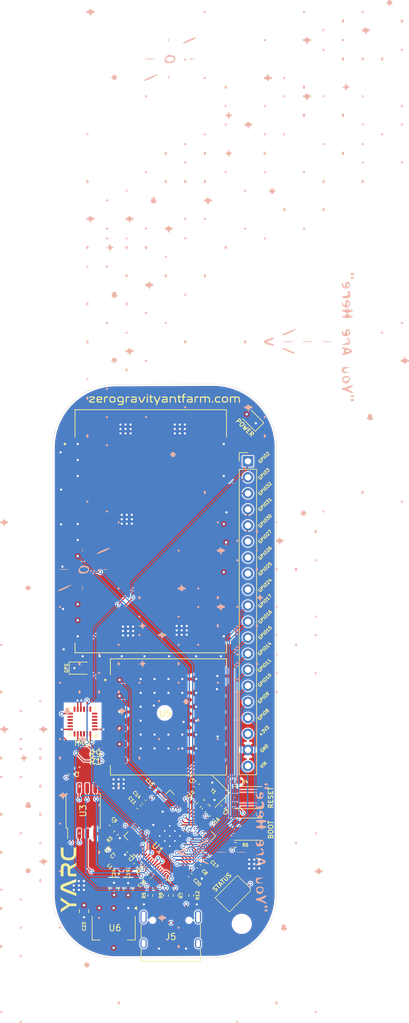
<source format=kicad_pcb>
(kicad_pcb (version 20241229) (generator "pcbnew") (generator_version "9.0")
  (title_block (title "RP2350B QFN-80 Minimal Design Example") (date "2024-07-04") (rev "REV3") (company "Raspberry Pi Ltd"))
  (layers (0 "F.Cu" signal) (4 "In1.Cu" signal) (6 "In2.Cu" signal) (2 "B.Cu" signal) (13 "F.Paste" user) (15 "B.Paste" user) (5 "F.SilkS" user "F.Silkscreen") (7 "B.SilkS" user "B.Silkscreen") (1 "F.Mask" user) (3 "B.Mask" user) (25 "Edge.Cuts" user))
  (net 0 "")
  (net 1 "GND")
  (net 2 "VBUS")
  (net 3 "/XIN")
  (net 4 "/XOUT")
  (net 5 "+3V3")
  (net 6 "+1V1")
  (net 7 "Net-(D3-A)")
  (net 8 "/~{USB_BOOT}")
  (net 9 "/GPIO15")
  (net 10 "/GPIO14")
  (net 11 "/GPIO13")
  (net 12 "/GPIO12")
  (net 13 "/GPIO11")
  (net 14 "/GPIO10")
  (net 15 "/GPIO9")
  (net 16 "/GPIO8")
  (net 17 "/GPIO7")
  (net 18 "/GPIO6")
  (net 19 "/GPIO5")
  (net 20 "/GPIO4")
  (net 21 "/GPIO3")
  (net 22 "/GPIO2")
  (net 23 "/GPIO1")
  (net 24 "/GPIO0")
  (net 25 "/GPIO25")
  (net 26 "/GPIO24")
  (net 27 "/GPIO23")
  (net 28 "/GPIO22")
  (net 29 "/GPIO21")
  (net 30 "/GPIO20")
  (net 31 "/GPIO19")
  (net 32 "/GPIO18")
  (net 33 "/GPIO17")
  (net 34 "/GPIO16")
  (net 35 "/RUN")
  (net 36 "/SWD")
  (net 37 "/SWCLK")
  (net 38 "/QSPI_SD3")
  (net 39 "/QSPI_SCLK")
  (net 40 "/QSPI_SD0")
  (net 41 "/QSPI_SD2")
  (net 42 "/QSPI_SD1")
  (net 43 "/USB_D+")
  (net 44 "/USB_D-")
  (net 45 "/VREG_LX")
  (net 46 "Net-(C4-Pad1)")
  (net 47 "/GPIO47_ADC7")
  (net 48 "/GPIO46_ADC6")
  (net 49 "/GPIO45_ADC5")
  (net 50 "/GPIO44_ADC4")
  (net 51 "/GPIO43_ADC3")
  (net 52 "/GPIO42_ADC2")
  (net 53 "/GPIO41_ADC1")
  (net 54 "/GPIO40_ADC0")
  (net 55 "/GPIO39")
  (net 56 "/GPIO38")
  (net 57 "/GPIO37")
  (net 58 "/GPIO36")
  (net 59 "/GPIO35")
  (net 60 "/GPIO34")
  (net 61 "/GPIO33")
  (net 62 "/GPIO32")
  (net 63 "/GPIO31")
  (net 64 "/GPIO30")
  (net 65 "Net-(R4-Pad1)")
  (net 66 "Net-(U1-USB_DP)")
  (net 67 "/GPIO29")
  (net 68 "/GPIO28")
  (net 69 "/GPIO27")
  (net 70 "/GPIO26")
  (net 71 "/FLASH_SS")
  (net 72 "/VREG_AVDD")
  (net 73 "Net-(U1-USB_DM)")
  (net 76 "Net-(J5-CC1)")
  (net 77 "Net-(J5-CC2)")
  (footprint "LED_SMD:LED_0805_2012Metric_Pad1.15x1.40mm_HandSolder" (layer "F.Cu") (at 158.525 63.48 135)
    (property "Reference" "POWER")
    (property "Value" "LED")
  )
  (footprint "Resistor_SMD:R_0402_1005Metric" (layer "F.Cu") (at 149.025 138.98 -90)
    (property "Reference" "R12")
    (property "Value" "5.1k")
  )
  (footprint "Capacitor_SMD:C_0402_1005Metric" (layer "F.Cu") (at 152.225 126.68 45)
    (property "Reference" "C16")
    (property "Value" "100n")
  )
  (footprint "Capacitor_SMD:C_0402_1005Metric" (layer "F.Cu") (at 151.625 132.98 -45)
    (property "Reference" "C17")
    (property "Value" "100n")
  )
  (footprint "Resistor_SMD:R_0402_1005Metric" (layer "F.Cu") (at 133.8 117.7)
    (property "Reference" "R9")
    (property "Value" "4.7k")
  )
  (footprint "MountingHole:MountingHole_2.7mm_M2.5" (layer "F.Cu") (at 157.025 143.48)
    (property "Reference" "H3")
    (property "Value" "MountingHole")
  )
  (footprint "Package_TO_SOT_SMD:SOT-223-3_TabPin2" (layer "F.Cu") (at 136.725 144.13 -90)
    (property "Reference" "U6")
    (property "Value" "NCP1117-3.3_SOT223")
  )
  (footprint "Capacitor_SMD:C_0402_1005Metric" (layer "F.Cu") (at 130.025 119.78 90)
    (property "Reference" "C2")
    (property "Value" "100n")
  )
  (footprint "Capacitor_SMD:C_0402_1005Metric" (layer "F.Cu") (at 139.125 132.38 -135)
    (property "Reference" "C21")
    (property "Value" "100n")
  )
  (footprint "Capacitor_SMD:C_0805_2012Metric" (layer "F.Cu") (at 132.025 141.48 -90)
    (property "Reference" "C23")
    (property "Value" "10u")
  )
  (footprint "LOGO" (layer "F.Cu") (at 129.7 136 90)
    (property "Reference" "G***")
    (property "Value" "LOGO" (hide yes))
  )
  (footprint "Resistor_SMD:R_0402_1005Metric" (layer "F.Cu") (at 133.8 116.6 180)
    (property "Reference" "R1")
    (property "Value" "4.7k")
  )
  (footprint "Capacitor_SMD:C_0805_2012Metric" (layer "F.Cu") (at 139.025 137.98 90)
    (property "Reference" "C19")
    (property "Value" "10u")
  )
  (footprint "LED_SMD:LED_0805_2012Metric_Pad1.15x1.40mm_HandSolder" (layer "F.Cu") (at 131.525 102.98)
    (property "Reference" "GPS")
    (property "Value" "LED")
  )
  (footprint "Capacitor_SMD:C_0402_1005Metric" (layer "F.Cu") (at 141.525 124.18 135)
    (property "Reference" "C14")
    (property "Value" "100n")
  )
  (footprint "Capacitor_SMD:C_0402_1005Metric" (layer "F.Cu") (at 154.025 124.98 -135)
    (property "Reference" "C3")
    (property "Value" "15p")
  )
  (footprint "Resistor_SMD:R_0402_1005Metric" (layer "F.Cu") (at 145.025 138.98 90)
    (property "Reference" "R7")
    (property "Value" "27")
  )
  (footprint "RP2350_80QFN_minimal:C_0402_1005Metric_small_pads" (layer "F.Cu") (at 137.625 131.58 45)
    (property "Reference" "C7")
    (property "Value" "4.7u")
  )
  (footprint "RP2350_80QFN_minimal:L_pol_2016" (layer "F.Cu") (at 137.825 133.98 135)
    (property "Reference" "L1")
    (property "Value" "3.3u")
  )
  (footprint "LED_SMD:LED_Avago_PLCC4_3.2x2.8mm_CW" (layer "F.Cu") (at 155.7 138.7 -135)
    (property "Reference" "STATUS")
    (property "Value" "LED_ARGB")
  )
  (footprint "Button_Switch_SMD:SW_Push_1P1T_NO_Vertical_Wuerth_434133025816" (layer "F.Cu") (at 158.025 128.48)
    (property "Reference" "BOOT")
    (property "Value" "SW_Push")
  )
  (footprint "Resistor_SMD:R_0402_1005Metric" (layer "F.Cu") (at 137.085624 129.119376 45)
    (property "Reference" "R3")
    (property "Value" "33")
  )
  (footprint "LOGO" (layer "F.Cu") (at 145.025 60.48)
    (property "Reference" "G***")
    (property "Value" "LOGO" (hide yes))
  )
  (footprint "Capacitor_SMD:C_0402_1005Metric" (layer "F.Cu") (at 142.325 135.98 -135)
    (property "Reference" "C13")
    (property "Value" "100n")
  )
  (footprint "Resistor_SMD:R_0402_1005Metric" (layer "F.Cu") (at 156.035 120.98)
    (property "Reference" "R4")
    (property "Value" "1k")
  )
  (footprint "Button_Switch_SMD:SW_Push_1P1T_NO_Vertical_Wuerth_434133025816" (layer "F.Cu") (at 158.025 123.48)
    (property "Reference" "RESET")
    (property "Value" "SW_Push")
  )
  (footprint "flash:SOIC-8_5.23x5.23mm_P1.27mm" (layer "F.Cu") (at 131.89 125.58 90)
    (property "Reference" "U3")
    (property "Value" "W25Q128JVS")
  )
  (footprint "Capacitor_SMD:C_0402_1005Metric" (layer "F.Cu") (at 150.225 134.38 -45)
    (property "Reference" "C8")
    (property "Value" "100n")
  )
  (footprint "Capacitor_SMD:C_0402_1005Metric" (layer "F.Cu") (at 149.425 123.88 45)
    (property "Reference" "C10")
    (property "Value" "4.7u")
  )
  (footprint "Resistor_SMD:R_0402_1005Metric" (layer "F.Cu") (at 146.525 138.98 90)
    (property "Reference" "R8")
    (property "Value" "27")
  )
  (footprint "Capacitor_SMD:C_0402_1005Metric" (layer "F.Cu") (at 140.225 134.18 -135)
    (property "Reference" "C12")
    (property "Value" "100n")
  )
  (footprint "Resistor_SMD:R_0402_1005Metric" (layer "F.Cu") (at 142.525 138.98 -90)
    (property "Reference" "R5")
    (property "Value" "5.1k")
  )
  (footprint "Library:XCVR_E22-900M30S" (layer "F.Cu") (at 142.6 81.3 180)
    (property "Reference" "U2")
    (property "Value" "E22-900M30S")
  )
  (footprint "Capacitor_SMD:C_0402_1005Metric" (layer "F.Cu") (at 140.725 124.98 135)
    (property "Reference" "C11")
    (property "Value" "100n")
  )
  (footprint "Connector_USB:USB_C_Receptacle_HRO_TYPE-C-31-M-12" (layer "F.Cu") (at 145.775 145.525)
    (property "Reference" "J5")
    (property "Value" "USB_C_Receptacle_USB2.0_14P")
  )
  (footprint "GPS:XCVR_LC86G" (layer "F.Cu") (at 145.4 110.7)
    (property "Reference" "U5")
    (property "Value" "LC86G")
  )
  (footprint "Capacitor_SMD:C_0402_1005Metric" (layer "F.Cu") (at 151.025 125.48 45)
    (property "Reference" "C18")
    (property "Value" "100n")
  )
  (footprint "Crystal:Crystal_SMD_3225-4Pin_3.2x2.5mm" (layer "F.Cu") (at 152.525 122.48 135)
    (property "Reference" "Y1")
    (property "Value" "ABM8-272-T3")
  )
  (footprint "Capacitor_SMD:C_0402_1005Metric" (layer "F.Cu") (at 136.325 127.640589 135)
    (property "Reference" "C9")
    (property "Value" "4.7u")
  )
  (footprint "RP2350_80QFN_minimal:RP2350-QFN-80-1EP_10x10_P0.4mm_EP3.4x3.4mm_ThermalVias" (layer "F.Cu") (at 145.618287 129.563669 135)
    (property "Reference" "U1")
    (property "Value" "RP2350_80QFN")
  )
  (footprint "Capacitor_SMD:C_0805_2012Metric" (layer "F.Cu") (at 136.775 137.93 90)
    (property "Reference" "C24")
    (property "Value" "10u")
  )
  (footprint "Capacitor_SMD:C_0402_1005Metric" (layer "F.Cu") (at 149.985589 121.119411 45)
    (property "Reference" "C4")
    (property "Value" "15p")
  )
  (footprint "Resistor_SMD:R_0402_1005Metric" (layer "F.Cu") (at 150.225 124.68 45)
    (property "Reference" "R2")
    (property "Value" "1k")
  )
  (footprint "Sensor_Motion:InvenSense_QFN-24_4x4mm_P0.5mm" (layer "F.Cu") (at 131.775 111.43 180)
    (property "Reference" "IMU")
    (property "Value" "MPU-6050")
  )
  (footprint "Capacitor_SMD:C_0402_1005Metric" (layer "F.Cu") (at 143.525 122.18 135)
    (property "Reference" "C15")
    (property "Value" "100n")
  )
  (footprint "Capacitor_SMD:C_0402_1005Metric" (layer "F.Cu") (at 148.825 135.78 -45)
    (property "Reference" "C20")
    (property "Value" "100n")
  )
  (footprint "RP2350_80QFN_minimal:C_0402_1005Metric_small_pads" (layer "F.Cu") (at 136.825 130.78 45)
    (property "Reference" "C6")
    (property "Value" "4.7u")
  )
  (footprint "Resistor_SMD:R_0402_1005Metric" (layer "F.Cu") (at 156.025 130.98)
    (property "Reference" "R6")
    (property "Value" "1k")
  )
  (footprint "Connector_PinHeader_2.54mm:PinHeader_1x20_P2.54mm_Vertical" (layer "F.Cu") (at 158 70.22)
    (property "Reference" "J2")
    (property "Value" "Conn_01x20")
  )
  (footprint "LOGO" (layer "B.Cu") (at 142.845802 116.344237 90)
    (property "Reference" "G***")
    (property "Value" "LOGO" (hide yes))
  )
  (footprint "LOGO" (layer "B.Cu") (at 156.5 35.5 90)
    (property "Reference" "G***")
    (property "Value" "LOGO" (hide yes))
  )
  (gr_arc (start 137.096068 148.908932) (mid 130.025 145.98) (end 127.096068 138.908932) (stroke (width 0.05)) (layer "Edge.Cuts"))
  (gr_line (start 137.096068 58.051068) (end 152.525 57.979998) (stroke (width 0.05)) (layer "Edge.Cuts"))
  (gr_arc (start 152.525 57.979998) (mid 159.596068 60.90893) (end 162.525 67.979998) (stroke (width 0.05)) (layer "Edge.Cuts"))
  (gr_line (start 162.525 138.83786) (end 162.525 67.98) (stroke (width 0.05)) (layer "Edge.Cuts"))
  (gr_line (start 152.525 148.83786) (end 137.096068 148.908931) (stroke (width 0.05)) (layer "Edge.Cuts"))
  (gr_arc (start 162.525 138.837862) (mid 159.596068 145.90893) (end 152.525 148.837862) (stroke (width 0.05)) (layer "Edge.Cuts"))
  (gr_arc (start 127.096068 68.051068) (mid 130.025 60.98) (end 137.096068 58.051068) (stroke (width 0.05)) (layer "Edge.Cuts"))
  (gr_line (start 127.096069 138.908932) (end 127.096069 68.051068) (stroke (width 0.05)) (layer "Edge.Cuts"))
  (gr_text "GPIO24" (at 159.9 91.1 45) (layer "F.SilkS") (effects (font (size 0.5 0.5) (thickness 0.125) (bold yes)) (justify left bottom)))
  (gr_text "GPIO9\n\n" (at 160.4 109.3 45) (layer "F.SilkS") (effects (font (size 0.5 0.5) (thickness 0.125) (bold yes)) (justify left bottom)))
  (gr_text "GPIO2\n" (at 159.9 70.7 45) (layer "F.SilkS") (effects (font (size 0.5 0.5) (thickness 0.125) (bold yes)) (justify left bottom)))
  (gr_text "GPIO15\n" (at 159.9 98.6 45) (layer "F.SilkS") (effects (font (size 0.5 0.5) (thickness 0.125) (bold yes)) (justify left bottom)))
  (gr_text "GPIO31\n" (at 159.9 78.3 45) (layer "F.SilkS") (effects (font (size 0.5 0.5) (thickness 0.125) (bold yes)) (justify left bottom)))
  (gr_text "GPIO32\n" (at 159.9 75.8 45) (layer "F.SilkS") (effects (font (size 0.5 0.5) (thickness 0.125) (bold yes)) (justify left bottom)))
  (gr_text "+3V3\n" (at 160 113.9 45) (layer "F.SilkS") (effects (font (size 0.5 0.5) (thickness 0.125) (bold yes)) (justify left bottom)))
  (gr_text "GPIO27\n" (at 159.9 83.4 45) (layer "F.SilkS") (effects (font (size 0.5 0.5) (thickness 0.125) (bold yes)) (justify left bottom)))
  (gr_text "GPIO8\n" (at 159.8 111.4 45) (layer "F.SilkS") (effects (font (size 0.5 0.5) (thickness 0.125) (bold yes)) (justify left bottom)))
  (gr_text "GPIO26\n" (at 159.9 86 45) (layer "F.SilkS") (effects (font (size 0.5 0.5) (thickness 0.125) (bold yes)) (justify left bottom)))
  (gr_text "GPIO16" (at 159.9 96.1 45) (layer "F.SilkS") (effects (font (size 0.5 0.5) (thickness 0.125) (bold yes)) (justify left bottom)))
  (gr_text "GPIO3\n" (at 159.9 73.3 45) (layer "F.SilkS") (effects (font (size 0.5 0.5) (thickness 0.125) (bold yes)) (justify left bottom)))
  (gr_text "GPIO14\n\n" (at 160.4 101.7 45) (layer "F.SilkS") (effects (font (size 0.5 0.5) (thickness 0.125) (bold yes)) (justify left bottom)))
  (gr_text "GPIO11\n" (at 159.8 103.8 45) (layer "F.SilkS") (effects (font (size 0.5 0.5) (thickness 0.125) (bold yes)) (justify left bottom)))
  (gr_text "GND" (at 160.2 116.5 45) (layer "F.SilkS") (effects (font (size 0.5 0.5) (thickness 0.125) (bold yes)) (justify left bottom)))
  (gr_text "GPIO25" (at 159.9 88.5 45) (layer "F.SilkS") (effects (font (size 0.5 0.5) (thickness 0.125) (bold yes)) (justify left bottom)))
  (gr_text "GPIO17\n" (at 159.9 93.6 45) (layer "F.SilkS") (effects (font (size 0.5 0.5) (thickness 0.125) (bold yes)) (justify left bottom)))
  (gr_text "GPIO10\n\n" (at 160.4 106.7 45) (layer "F.SilkS") (effects (font (size 0.5 0.5) (thickness 0.125) (bold yes)) (justify left bottom)))
  (gr_text "VIN\n" (at 160.2 119 45) (layer "F.SilkS") (effects (font (size 0.5 0.5) (thickness 0.125) (bold yes)) (justify left bottom)))
  (gr_text "GPIO30\n" (at 159.9 80.9 45) (layer "F.SilkS") (effects (font (size 0.5 0.5) (thickness 0.125) (bold yes)) (justify left bottom)))
  (segment (start 152.564411 126.340589) (end 152.664411 126.340589) (width 0.2) (layer "F.Cu") (net 1))
  (segment (start 152.027081 120.78) (end 152.348223 121.101142) (width 0.2) (layer "F.Cu") (net 1))
  (segment (start 137.18916 130.41584) (end 137.18916 130.41084) (width 0.15) (layer "F.Cu") (net 1))
  (segment (start 141.281859 136.9) (end 141.4 136.9) (width 0.2) (layer "F.Cu") (net 1))
  (segment (start 138.68 136.98) (end 136.775 136.98) (width 0.5) (layer "F.Cu") (net 1))
  (segment (start 143.185589 121.840589) (end 143.185589 121.814411) (width 0.2) (layer "F.Cu") (net 1))
  (segment (start 137.98916 131.21584) (end 137.18916 130.41584) (width 0.2) (layer "F.Cu") (net 1))
  (segment (start 135.08 112.68) (end 135.1 112.7) (width 0.2) (layer "F.Cu") (net 1))
  (segment (start 131.525 109.48) (end 131.525 108.175) (width 0.2) (layer "F.Cu") (net 1))
  (segment (start 138.3 130.9) (end 137.98916 131.21084) (width 0.15) (layer "F.Cu") (net 1))
  (segment (start 141.185589 123.840589) (end 141.185589 123.814411) (width 0.2) (layer "F.Cu") (net 1))
  (segment (start 131.025 109.48) (end 131.025 108.125) (width 0.2) (layer "F.Cu") (net 1))
  (segment (start 138.73 137.03) (end 138.68 136.98) (width 0.2) (layer "F.Cu") (net 1))
  (segment (start 139.47363 130.9) (end 138.3 130.9) (width 0.15) (layer "F.Cu") (net 1))
  (segment (start 155.95 127.405) (end 156.305 127.405) (width 0.3) (layer "F.Cu") (net 1))
  (segment (start 137.18916 130.41084) (end 137.7 129.9) (width 0.2) (layer "F.Cu") (net 1))
  (segment (start 139.025 137.03) (end 138.73 137.03) (width 0.2) (layer "F.Cu") (net 1))
  (segment (start 149.025 141.275) (end 149.9 140.4) (width 0.3) (layer "F.Cu") (net 1))
  (segment (start 141.5 140.4) (end 141.5 140.455) (width 0.3) (layer "F.Cu") (net 1))
  (segment (start 133.725 112.68) (end 135.08 112.68) (width 0.2) (layer "F.Cu") (net 1))
  (segment (start 151.364411 125.140589) (end 152.564411 126.340589) (width 0.2) (layer "F.Cu") (net 1))
  (segment (start 151.364411 125.140589) (end 151.420046 125.140589) (width 0.2) (layer "F.Cu") (net 1))
  (segment (start 128.52 112.68) (end 128.5 112.7) (width 0.2) (layer "F.Cu") (net 1))
  (segment (start 131.025 113.38) (end 131.025 114.675) (width 0.2) (layer "F.Cu") (net 1))
  (segment (start 141.980589 136.319411) (end 141.4 136.9) (width 0.2) (layer "F.Cu") (net 1))
  (segment (start 137.98916 131.21084) (end 137.98916 131.21584) (width 0.15) (layer "F.Cu") (net 1))
  (segment (start 149.764411 123.540589) (end 149.764411 123.535589) (width 0.2) (layer "F.Cu") (net 1))
  (segment (start 151.420046 125.140589) (end 152.701777 123.858858) (width 0.2) (layer "F.Cu") (net 1))
  (segment (start 141.985589 136.319411) (end 141.980589 136.319411) (width 0.2) (layer "F.Cu") (net 1))
  (segment (start 131.025 114.675) (end 131 114.7) (width 0.2) (layer "F.Cu") (net 1))
  (segment (start 149.025 141.48) (end 149.025 141.275) (width 0.3) (layer "F.Cu") (net 1))
  (segment (start 135.985589 127.301178) (end 135.985589 127.285589) (width 0.2) (layer "F.Cu") (net 1))
  (segment (start 138.785589 132.719411) (end 138.719411 132.719411) (width 0.2) (layer "F.Cu") (net 1))
  (segment (start 131.525 108.175) (end 131.6 108.1) (width 0.2) (layer "F.Cu") (net 1))
  (segment (start 129.825 112.68) (end 128.52 112.68) (width 0.2) (layer "F.Cu") (net 1))
  (segment (start 152.664411 126.340589) (end 153.685589 125.319411) (width 0.2) (layer "F.Cu") (net 1))
  (segment (start 141.5 140.455) (end 142.525 141.48) (width 0.3) (layer "F.Cu") (net 1))
  (segment (start 155.95 127.405) (end 160.1 127.405) (width 0.3) (layer "F.Cu") (net 1))
  (segment (start 138.719411 132.719411) (end 138.531269 132.531269) (width 0.2) (layer "F.Cu") (net 1))
  (segment (start 139.751776 130.621854) (end 139.47363 130.9) (width 0.15) (layer "F.Cu") (net 1))
  (segment (start 131.025 108.125) (end 131 108.1) (width 0.2) (layer "F.Cu") (net 1))
  (via (at 141 111.3) (size 0.6) (drill 0.35) (layers "F.Cu" "B.Cu") (net 1))
  (via (at 148 65.1) (size 0.6) (drill 0.35) (layers "F.Cu" "B.Cu") (net 1))
  (via (at 138.8 79.4) (size 0.6) (drill 0.35) (layers "F.Cu" "B.Cu") (net 1))
  (via (at 149.8 111.3) (size 0.6) (drill 0.35) (layers "F.Cu" "B.Cu") (net 1))
  (via (at 149.8 106.9) (size 0.6) (drill 0.35) (layers "F.Cu" "B.Cu") (net 1))
  (via (at 137.8 64.4) (size 0.6) (drill 0.35) (layers "F.Cu" "B.Cu") (net 1))
  (via (at 138 78.7) (size 0.6) (drill 0.35) (layers "F.Cu" "B.Cu") (net 1))
  (via (at 147.6 113.5) (size 0.6) (drill 0.35) (layers "F.Cu" "B.Cu") (net 1))
  (via (at 158.2 134) (size 0.6) (drill 0.35) (layers "F.Cu" "B.Cu") (net 1))
  (via (at 131.025 67.48) (size 0.6) (drill 0.35) (layers "F.Cu" "B.Cu") (net 1))
  (via (at 145.4 104.7) (size 0.6) (drill 0.35) (layers "F.Cu" "B.Cu") (net 1))
  (via (at 131.025 97.94) (size 0.6) (drill 0.35) (layers "F.Cu" "B.Cu") (net 1))
  (via (at 159.8 133.3) (size 0.6) (drill 0.35) (layers "F.Cu" "B.Cu") (net 1))
  (via (at 128.7 93.6) (size 0.6) (drill 0.35) (layers "F.Cu" "B.Cu") (net 1))
  (via (at 141.4 136.9) (size 0.6) (drill 0.35) (layers "F.Cu" "B.Cu") (net 1))
  (via (at 132 138.1) (size 0.6) (drill 0.35) (layers "F.Cu" "B.Cu") (net 1))
  (via (at 143.2 106.9) (size 0.6) (drill 0.35) (layers "F.Cu" "B.Cu") (net 1))
  (via (at 137.5 121.3) (size 0.6) (drill 0.35) (layers "F.Cu" "B.Cu") (net 1))
  (via (at 131.025 70.02) (size 0.6) (drill 0.35) (layers "F.Cu" "B.Cu") (net 1))
  (via (at 138 80.1) (size 0.6) (drill 0.35) (layers "F.Cu" "B.Cu") (net 1))
  (via (at 146.4 65.1) (size 0.6) (drill 0.35) (layers "F.Cu" "B.Cu") (net 1))
  (via (at 138.2 97.8) (size 0.6) (drill 0.35) (layers "F.Cu" "B.Cu") (net 1))
  (via (at 152.701777 123.858858) (size 0.6) (drill 0.35) (layers "F.Cu" "B.Cu") (net 1))
  (via (at 150.7 136.3) (size 0.6) (drill 0.35) (layers "F.Cu" "B.Cu") (net 1))
  (via (at 138.3 122) (size 0.6) (drill 0.35) (layers "F.Cu" "B.Cu") (net 1))
  (via (at 147.6 104.7) (size 0.6) (drill 0.35) (layers "F.Cu" "B.Cu") (net 1))
  (via (at 136.775 136.98) (size 0.6) (drill 0.35) (layers "F.Cu" "B.Cu") (net 1))
  (via (at 141 104.7) (size 0.6) (drill 0.35) (layers "F.Cu" "B.Cu") (net 1))
  (via (at 149.8 104.7) (size 0.6) (drill 0.35) (layers "F.Cu" "B.Cu") (net 1))
  (via (at 148 65.8) (size 0.6) (drill 0.35) (layers "F.Cu" "B.Cu") (net 1))
  (via (at 131.2 137.4) (size 0.6) (drill 0.35) (layers "F.Cu" "B.Cu") (net 1))
  (via (at 147.8 111.5) (size 0.6) (drill 0.35) (layers "F.Cu" "B.Cu") (net 1))
  (via (at 138.531269 132.531269) (size 0.6) (drill 0.35) (layers "F.Cu" "B.Cu") (net 1))
  (via (at 132.025 142.43) (size 0.6) (drill 0.35) (layers "F.Cu" "B.Cu") (net 1))
  (via (at 137.65 109.93) (size 0.6) (drill 0.35) (layers "F.Cu" "B.Cu") (net 1))
  (via (at 130.4 137.4) (size 0.6) (drill 0.35) (layers "F.Cu" "B.Cu") (net 1))
  (via (at 131.025 72.56) (size 0.6) (drill 0.35) (layers "F.Cu" "B.Cu") (net 1))
  (via (at 139.8 96.4) (size 0.6) (drill 0.35) (layers "F.Cu" "B.Cu") (net 1))
  (via (at 131 108.1) (size 0.6) (drill 0.35) (layers "F.Cu" "B.Cu") (net 1))
  (via (at 137.7 129.9) (size 0.6) (drill 0.35) (layers "F.Cu" "B.Cu") (net 1))
  (via (at 139.025 140.98) (size 0.6) (drill 0.35) (layers "F.Cu" "B.Cu") (net 1))
  (via (at 137.5 120.6) (size 0.6) (drill 0.35) (layers "F.Cu" "B.Cu") (net 1))
  (via (at 130.4 136.7) (size 0.6) (drill 0.35) (layers "F.Cu" "B.Cu") (net 1))
  (via (at 145.4 106.9) (size 0.6) (drill 0.35) (layers "F.Cu" "B.Cu") (net 1))
  (via (at 128.5 112.7) (size 0.6) (drill 0.35) (layers "F.Cu" "B.Cu") (net 1))
  (via (at 139.4 65.1) (size 0.6) (drill 0.35) (layers "F.Cu" "B.Cu") (net 1))
  (via (at 159 134) (size 0.6) (drill 0.35) (layers "F.Cu" "B.Cu") (net 1))
  (via (at 145.5 101.1) (size 0.6) (drill 0.35) (layers "F.Cu" "B.Cu") (net 1))
  (via (at 143.2 115.7) (size 0.6) (drill 0.35) (layers "F.Cu" "B.Cu") (net 1))
  (via (at 139.4 64.4) (size 0.6) (drill 0.35) (layers "F.Cu" "B.Cu") (net 1))
  (via (at 139 97.1) (size 0.6) (drill 0.35) (layers "F.Cu" "B.Cu") (net 1))
  (via (at 148.3 96.3) (size 0.6) (drill 0.35) (layers "F.Cu" "B.Cu") (net 1))
  (via (at 138.3 121.3) (size 0.6) (drill 0.35) (layers "F.Cu" "B.Cu") (net 1))
  (via (at 136.7 122) (size 0.6) (drill 0.35) (layers "F.Cu" "B.Cu") (net 1))
  (via (at 145.4 115.7) (size 0.6) (drill 0.35) (layers "F.Cu" "B.Cu") (net 1))
  (via (at 144.484372 125.715628) (size 0.6) (drill 0.35) (layers "F.Cu" "B.Cu") (net 1))
  (via (at 137.5 122) (size 0.6) (drill 0.35) (layers "F.Cu" "B.Cu") (net 1))
  (via (at 139.4 65.8) (size 0.6) (drill 0.35) (layers "F.Cu" "B.Cu") (net 1))
  (via (at 131.2 138.1) (size 0.6) (drill 0.35) (layers "F.Cu" "B.Cu") (net 1))
  (via (at 139.6 79.4) (size 0.6) (drill 0.35) (layers "F.Cu" "B.Cu") (net 1))
  (via (at 154.175 67.48) (size 0.6) (drill 0.35) (layers "F.Cu" "B.Cu") (net 1))
  (via (at 131.8 101.1) (size 0.6) (drill 0.35) (layers "F.Cu" "B.Cu") (net 1))
  (via (at 138.2 96.4) (size 0.6) (drill 0.35) (layers "F.Cu" "B.Cu") (net 1))
  (via (at 137.8 65.8) (size 0.6) (drill 0.35) (layers "F.Cu" "B.Cu") (net 1))
  (via (at 131.2 136.7) (size 0.6) (drill 0.35) (layers "F.Cu" "B.Cu") (net 1))
  (via (at 141 106.9) (size 0.6) (drill 0.35) (layers "F.Cu" "B.Cu") (net 1))
  (via (at 143.2 104.7) (size 0.6) (drill 0.35) (layers "F.Cu" "B.Cu") (net 1))
  (via (at 147.5 96.3) (size 0.6) (drill 0.35) (layers "F.Cu" "B.Cu") (net 1))
  (via (at 138 79.4) (size 0.6) (drill 0.35) (layers "F.Cu" "B.Cu") (net 1))
  (via (at 147.2 64.4) (size 0.6) (drill 0.35) (layers "F.Cu" "B.Cu") (net 1))
  (via (at 149.8 113.5) (size 0.6) (drill 0.35) (layers "F.Cu" "B.Cu") (net 1))
  (via (at 158.2 133.3) (size 0.6) (drill 0.35) (layers "F.Cu" "B.Cu") (net 1))
  (via (at 153.7 101.1) (size 0.6) (drill 0.35) (layers "F.Cu" "B.Cu") (net 1))
  (via (at 147.2 65.8) (size 0.6) (drill 0.35) (layers "F.Cu" "B.Cu") (net 1))
  (via (at 139 97.8) (size 0.6) (drill 0.35) (layers "F.Cu" "B.Cu") (net 1))
  (via (at 131.025 80.16) (size 0.6) (drill 0.35) (layers "F.Cu" "B.Cu") (net 1))
  (via (at 141.6 101.1) (size 0.6) (drill 0.35) (layers "F.Cu" "B.Cu") (net 1))
  (via (at 147.6 115.7) (size 0.6) (drill 0.35) (layers "F.Cu" "B.Cu") (net 1))
  (via (at 153.15 104.225) (size 0.6) (drill 0.35) (layers "F.Cu" "B.Cu") (net 1))
  (via (at 139.025 137.03) (size 0.6) (drill 0.35) (layers "F.Cu" "B.Cu") (net 1))
  (via (at 138.6 64.4) (size 0.6) (drill 0.35) (layers "F.Cu" "B.Cu") (net 1))
  (via (at 139.8 97.1) (size 0.6) (drill 0.35) (layers "F.Cu" "B.Cu") (net 1))
  (via (at 148 64.4) (size 0.6) (drill 0.35) (layers "F.Cu" "B.Cu") (net 1))
  (via (at 149.8 115.7) (size 0.6) (drill 0.35) (layers "F.Cu" "B.Cu") (net 1))
  (via (at 147.6 106.9) (size 0.6) (drill 0.35) (layers "F.Cu" "B.Cu") (net 1))
  (via (at 146.7 97) (size 0.6) (drill 0.35) (layers "F.Cu" "B.Cu") (net 1))
  (via (at 146.4 65.8) (size 0.6) (drill 0.35) (layers "F.Cu" "B.Cu") (net 1))
  (via (at 128.4 74.7) (size 0.6) (drill 0.35) (layers "F.Cu" "B.Cu") (net 1))
  (via (at 148.3 97) (size 0.6) (drill 0.35) (layers "F.Cu" "B.Cu") (net 1))
  (via (at 130.4 138.1) (size 0.6) (drill 0.35) (layers "F.Cu" "B.Cu") (net 1))
  (via (at 159 133.3) (size 0.6) (drill 0.35) (layers "F.Cu" "B.Cu") (net 1))
  (via (at 128.8 100) (size 0.6) (drill 0.35) (layers "F.Cu" "B.Cu") (net 1))
  (via (at 153.2 113.8) (size 0.6) (drill 0.35) (layers "F.Cu" "B.Cu") (net 1))
  (via (at 128.3 68.8) (size 0.6) (drill 0.35) (layers "F.Cu" "B.Cu") (net 1))
  (via (at 143.2 113.5) (size 0.6) (drill 0.35) (layers "F.Cu" "B.Cu") (net 1))
  (via (at 128.6 86.9) (size 0.6) (drill 0.35) (layers "F.Cu" "B.Cu") (net 1))
  (via (at 149.8 109.1) (size 0.6) (drill 0.35) (layers "F.Cu" "B.Cu") (net 1))
  (via (at 141.5 140.4) (size 0.6) (drill 0.35) (layers "F.Cu" "B.Cu") (net 1))
  (via (at 136.7 120.6) (size 0.6) (drill 0.35) (layers "F.Cu" "B.Cu") (net 1))
  (via (at 139.8 97.8) (size 0.6) (drill 0.35) (layers "F.Cu" "B.Cu") (net 1))
  (via (at 154.175 72.56) (size 0.6) (drill 0.35) (layers "F.Cu" "B.Cu") (net 1))
  (via (at 148.3 97.7) (size 0.6) (drill 0.35) (layers "F.Cu" "B.Cu") (net 1))
  (via (at 141 115.7) (size 0.6) (drill 0.35) (layers "F.Cu" "B.Cu") (net 1))
  (via (at 159.8 134) (size 0.6) (drill 0.35) (layers "F.Cu" "B.Cu") (net 1))
  (via (at 141 109.1) (size 0.6) (drill 0.35) (layers "F.Cu" "B.Cu") (net 1))
  (via (at 139 96.4) (size 0.6) (drill 0.35) (layers "F.Cu" "B.Cu") (net 1))
  (via (at 147.5 97.7) (size 0.6) (drill 0.35) (layers "F.Cu" "B.Cu") (net 1))
  (via (at 137.8 65.1) (size 0.6) (drill 0.35) (layers "F.Cu" "B.Cu") (net 1))
  (via (at 139.6 78.7) (size 0.6) (drill 0.35) (layers "F.Cu" "B.Cu") (net 1))
  (via (at 143 127.8) (size 0.6) (drill 0.35) (layers "F.Cu" "B.Cu") (net 1))
  (via (at 141 113.5) (size 0.6) (drill 0.35) (layers "F.Cu" "B.Cu") (net 1))
  (via (at 152.348223 121.101142) (size 0.6) (drill 0.35) (layers "F.Cu" "B.Cu") (net 1))
  (via (at 132 137.4) (size 0.6) (drill 0.35) (layers "F.Cu" "B.Cu") (net 1))
  (via (at 132 136.7) (size 0.6) (drill 0.35) (layers "F.Cu" "B.Cu") (net 1))
  (via (at 138.8 78.7) (size 0.6) (drill 0.35) (layers "F.Cu" "B.Cu") (net 1))
  (via (at 148.2 147.4) (size 0.6) (drill 0.35) (layers "F.Cu" "B.Cu") (net 1))
  (via (at 138.8 80.1) (size 0.6) (drill 0.35) (layers "F.Cu" "B.Cu") (net 1))
  (via (at 138.3 120.6) (size 0.6) (drill 0.35) (layers "F.Cu" "B.Cu") (net 1))
  (via (at 154.175 97.94) (size 0.6) (drill 0.35) (layers "F.Cu" "B.Cu") (net 1))
  (via (at 134.5 101.1) (size 0.6) (drill 0.35) (layers "F.Cu" "B.Cu") (net 1))
  (via (at 146.4 64.4) (size 0.6) (drill 0.35) (layers "F.Cu" "B.Cu") (net 1))
  (via (at 147.2 65.1) (size 0.6) (drill 0.35) (layers "F.Cu" "B.Cu") (net 1))
  (via (at 128.4 80.2) (size 0.6) (drill 0.35) (layers "F.Cu" "B.Cu") (net 1))
  (via (at 138 101.1) (size 0.6) (drill 0.35) (layers "F.Cu" "B.Cu") (net 1))
  (via (at 138.2 97.1) (size 0.6) (drill 0.35) (layers "F.Cu" "B.Cu") (net 1))
  (via (at 159.8 134.7) (size 0.6) (drill 0.35) (layers "F.Cu" "B.Cu") (net 1))
  (via (at 146.7 97.7) (size 0.6) (drill 0.35) (layers "F.Cu" "B.Cu") (net 1))
  (via (at 138.6 65.1) (size 0.6) (drill 0.35) (layers "F.Cu" "B.Cu") (net 1))
  (via (at 131.6 108.1) (size 0.6) (drill 0.35) (layers "F.Cu" "B.Cu") (net 1))
  (via (at 158.2 134.7) (size 0.6) (drill 0.35) (layers "F.Cu" "B.Cu") (net 1))
  (via (at 130.5 102.98) (size 0.6) (drill 0.35) (layers "F.Cu" "B.Cu") (net 1))
  (via (at 159.249784 64.204784) (size 0.6) (drill 0.35) (layers "F.Cu" "B.Cu") (net 1))
  (via (at 153.1 106.3) (size 0.6) (drill 0.35) (layers "F.Cu" "B.Cu") (net 1))
  (via (at 139.6 80.1) (size 0.6) (drill 0.35) (layers "F.Cu" "B.Cu") (net 1))
  (via (at 149.9 140.4) (size 0.6) (drill 0.35) (layers "F.Cu" "B.Cu") (net 1))
  (via (at 143.9 147.4) (size 0.6) (drill 0.35) (layers "F.Cu" "B.Cu") (net 1))
  (via (at 138.6 65.8) (size 0.6) (drill 0.35) (layers "F.Cu" "B.Cu") (net 1))
  (via (at 143.1 108.9) (size 0.6) (drill 0.35) (layers "F.Cu" "B.Cu") (net 1))
  (via (at 136.7 121.3) (size 0.6) (drill 0.35) (layers "F.Cu" "B.Cu") (net 1))
  (via (at 131 114.7) (size 0.6) (drill 0.35) (layers "F.Cu" "B.Cu") (net 1))
  (via (at 146.7 96.3) (size 0.6) (drill 0.35) (layers "F.Cu" "B.Cu") (net 1))
  (via (at 154.6 78.3) (size 0.6) (drill 0.35) (layers "F.Cu" "B.Cu") (net 1))
  (via (at 159 134.7) (size 0.6) (drill 0.35) (layers "F.Cu" "B.Cu") (net 1))
  (via (at 147.5 97) (size 0.6) (drill 0.35) (layers "F.Cu" "B.Cu") (net 1))
  (via (at 145.4 113.5) (size 0.6) (drill 0.35) (layers "F.Cu" "B.Cu") (net 1))
  (via (at 149.8 101.1) (size 0.6) (drill 0.35) (layers "F.Cu" "B.Cu") (net 1))
  (via (at 131.025 82.7) (size 0.6) (drill 0.35) (layers "F.Cu" "B.Cu") (net 1))
  (via (at 135.1 112.7) (size 0.6) (drill 0.35) (layers "F.Cu" "B.Cu") (net 1))
  (segment (start 147.2 143.3) (end 148.225 142.275) (width 0.3) (layer "F.Cu") (net 2))
  (segment (start 148.225 140.325) (end 148.224265 140.324265) (width 0.3) (layer "F.Cu") (net 2))
  (segment (start 145.8 143.3) (end 144.368 143.3) (width 0.3) (layer "F.Cu") (net 2))
  (segment (start 143.325 142.257) (end 143.325 141.48) (width 0.3) (layer "F.Cu") (net 2))
  (segment (start 144.368 143.3) (end 143.325 142.257) (width 0.3) (layer "F.Cu") (net 2))
  (segment (start 132.025 140.53) (end 133.975 140.53) (width 1) (layer "F.Cu") (net 2))
  (segment (start 148.225 141.48) (end 148.225 140.325) (width 0.3) (layer "F.Cu") (net 2))
  (segment (start 133.975 140.53) (end 134.425 140.98) (width 1) (layer "F.Cu") (net 2))
  (segment (start 148.225 142.275) (end 148.225 141.48) (width 0.3) (layer "F.Cu") (net 2))
  (segment (start 145.8 143.3) (end 147.2 143.3) (width 0.3) (layer "F.Cu") (net 2))
  (via (at 134.425 140.98) (size 0.6) (drill 0.35) (layers "F.Cu" "B.Cu") (net 2))
  (via (at 145.8 143.3) (size 0.6) (drill 0.35) (layers "F.Cu" "B.Cu") (net 2))
  (via (at 132.025 140.53) (size 0.6) (drill 0.35) (layers "F.Cu" "B.Cu") (net 2))
  (via (at 148.224265 140.324265) (size 0.6) (drill 0.35) (layers "F.Cu" "B.Cu") (net 2))
  (segment (start 149.222057 126.242742) (end 149.809255 125.655544) (width 0.2) (layer "F.Cu") (net 3))
  (segment (start 153.903858 124.180036) (end 154.364411 124.640589) (width 0.2) (layer "F.Cu") (net 3))
  (segment (start 151.531538 124.180088) (end 151.531538 123.684179) (width 0.2) (layer "F.Cu") (net 3))
  (segment (start 150.056082 125.655544) (end 151.531538 124.180088) (width 0.2) (layer "F.Cu") (net 3))
  (segment (start 153.903858 122.656777) (end 153.903858 124.180036) (width 0.2) (layer "F.Cu") (net 3))
  (segment (start 152.55894 122.656777) (end 153.903858 122.656777) (width 0.2) (layer "F.Cu") (net 3))
  (segment (start 151.531538 123.684179) (end 152.55894 122.656777) (width 0.2) (layer "F.Cu") (net 3))
  (segment (start 149.809255 125.655544) (end 150.056082 125.655544) (width 0.2) (layer "F.Cu") (net 3))
  (segment (start 148.945101 125.959899) (end 149.864376 125.040624) (width 0.15) (layer "F.Cu") (net 4))
  (segment (start 148.939214 125.959899) (end 148.945101 125.959899) (width 0.15) (layer "F.Cu") (net 4))
  (segment (start 150.685589 125.819411) (end 150.719411 125.819411) (width 0.15) (layer "F.Cu") (net 5))
  (segment (start 142.808089 123.491911) (end 142.891911 123.491911) (width 0.15) (layer "F.Cu") (net 5))
  (segment (start 143.94804 122.519411) (end 144.842944 123.414315) (width 0.15) (layer "F.Cu") (net 5))
  (segment (start 142.664411 135.628815) (end 143.711574 134.581652) (width 0.15) (layer "F.Cu") (net 5))
  (segment (start 142.29736 125.959899) (end 141.864411 125.52695) (width 0.15) (layer "F.Cu") (net 5))
  (segment (start 140.592467 130.912534) (end 140.592467 129.91186) (width 0.15) (layer "F.Cu") (net 5))
  (segment (start 135.905 131.7) (end 136.46084 131.14416) (width 0.2) (layer "F.Cu") (net 5))
  (segment (start 157.33033 138.16967) (end 158.4 137.1) (width 0.2) (layer "F.Cu") (net 5))
  (segment (start 129.985 120.3) (end 130.025 120.26) (width 0.2) (layer "F.Cu") (net 5))
  (segment (start 139.468933 128.768933) (end 138.6 127.9) (width 0.15) (layer "F.Cu") (net 5))
  (segment (start 150.398225 131.753225) (end 151.285589 132.640589) (width 0.15) (layer "F.Cu") (net 5))
  (segment (start 129.985 121.98) (end 129.985 120.3) (width 0.2) (layer "F.Cu") (net 5))
  (segment (start 141.448832 132.318911) (end 142.037103 131.73064) (width 0.15) (layer "F.Cu") (net 5))
  (segment (start 134.31 117.7) (end 134.8 117.7) (width 0.4) (layer "F.Cu") (net 5))
  (segment (start 140.317461 131.18754) (end 139.464411 132.040589) (width 0.15) (layer "F.Cu") (net 5))
  (segment (start 150.6 126.2) (end 150.685589 126.114411) (width 0.15) (layer "F.Cu") (net 5))
  (segment (start 141.864411 124.519411) (end 141.864411 124.435589) (width 0.15) (layer "F.Cu") (net 5))
  (segment (start 150.626178 133.3) (end 151.285589 132.640589) (width 0.3) (layer "F.Cu") (net 5))
  (segment (start 149.1 134.826178) (end 148.485589 135.440589) (width 0.3) (layer "F.Cu") (net 5))
  (segment (start 150.6 133.3) (end 150.626178 133.3) (width 0.3) (layer "F.Cu") (net 5))
  (segment (start 142.808089 123.491911) (end 141.864411 124.435589) (width 0.2) (layer "F.Cu") (net 5))
  (segment (start 148.383937 135.440589) (end 148.485589 135.440589) (width 0.15) (layer "F.Cu") (net 5))
  (segment (start 135.9 131.7) (end 135.905 131.7) (width 0.15) (layer "F.Cu") (net 5))
  (segment (start 136.725 129.48) (end 136.46084 129.74416) (width 0.2) (layer "F.Cu") (net 5))
  (segment (start 150.685589 126.114411) (end 150.685589 125.819411) (width 0.15) (layer "F.Cu") (net 5))
  (segment (start 150.965202 127.939798) (end 151.885589 127.019411) (width 0.15) (layer "F.Cu") (net 5))
  (segment (start 136.725 140.98) (end 136.725 138.93) (width 1) (layer "F.Cu") (net 5))
  (segment (start 150.353428 131.753225) (end 150.398225 131.753225) (width 0.15) (layer "F.Cu") (net 5))
  (segment (start 140.564411 133.840589) (end 141.731675 132.673325) (width 0.15) (layer "F.Cu") (net 5))
  (segment (start 129.24 120.26) (end 129.2 120.3) (width 0.2) (layer "F.Cu") (net 5))
  (segment (start 132.525 109.48) (end 132.525 108.125) (width 0.2) (layer "F.Cu") (net 5))
  (segment (start 142.037103 129.062897) (end 141.987103 129.012897) (width 0.15) (layer "F.Cu") (net 5))
  (segment (start 136.725 138.93) (end 136.775 138.88) (width 1) (layer "F.Cu") (net 5))
  (segment (start 151.885589 126.985589) (end 151.3 126.4) (width 0.15) (layer "F.Cu") (net 5))
  (segment (start 139.025 138.93) (end 136.825 138.93) (width 0.5) (layer "F.Cu") (net 5))
  (segment (start 141.731675 132.601753) (end 141.448832 132.318911) (width 0.15) (layer "F.Cu") (net 5))
  (segment (start 142.664411 135.640589) (end 142.664411 135.628815) (width 0.15) (layer "F.Cu") (net 5))
  (segment (start 129.825 110.18) (end 128.52 110.18) (width 0.2) (layer "F.Cu") (net 5))
  (segment (start 140.317461 131.18754) (end 140.592467 130.912534) (width 0.15) (layer "F.Cu") (net 5))
  (segment (start 134.31 116.6) (end 134.8 116.6) (width 0.4) (layer "F.Cu") (net 5))
  (segment (start 149.1 134.7) (end 149.1 134.826178) (width 0.3) (layer "F.Cu") (net 5))
  (segment (start 136.7975 138.9025) (end 136.775 138.88) (width 1) (layer "F.Cu") (net 5))
  (segment (start 150.919113 127.939798) (end 150.965202 127.939798) (width 0.15) (layer "F.Cu") (net 5))
  (segment (start 149.830484 126.2) (end 150.6 126.2) (width 0.15) (layer "F.Cu") (net 5))
  (segment (start 130.025 120.26) (end 129.24 120.26) (width 0.2) (layer "F.Cu") (net 5))
  (segment (start 143.864411 122.519411) (end 143.94804 122.519411) (width 0.15) (layer "F.Cu") (net 5))
  (segment (start 151.885589 127.019411) (end 151.885589 126.985589) (width 0.15) (layer "F.Cu") (net 5))
  (segment (start 157.29099 138.16967) (end 157.33033 138.16967) (width 0.2) (layer "F.Cu") (net 5))
  (segment (start 139.751776 128.505484) (end 139.468933 128.788326) (width 0.2) (layer "F.Cu") (net 5))
  (segment (start 136.825 138.93) (end 136.7975 138.9025) (width 1) (layer "F.Cu") (net 5))
  (segment (start 136.46084 129.74416) (end 136.46084 131.14416) (width 0.2) (layer "F.Cu") (net 5))
  (segment (start 141.864411 125.52695) (end 141.864411 124.519411) (width 0.15) (layer "F.Cu") (net 5))
  (segment (start 140.592467 129.91186) (end 139.468933 128.788326) (width 0.15) (layer "F.Cu") (net 5))
  (segment (start 141.731675 132.673325) (end 141.731675 132.601753) (width 0.15) (layer "F.Cu") (net 5))
  (segment (start 147.525 134.581652) (end 148.383937 135.440589) (width 0.15) (layer "F.Cu") (net 5))
  (segment (start 149.504899 126.525585) (end 149.830484 126.2) (width 0.15) (layer "F.Cu") (net 5))
  (segment (start 139.468933 128.788326) (end 139.468933 128.768933) (width 0.15) (layer "F.Cu") (net 5))
  (segment (start 142.808089 123.491911) (end 142.808089 123.575733) (width 0.15) (layer "F.Cu") (net 5))
  (segment (start 142.664411 136.696253) (end 141.930332 137.430332) (width 0.15) (layer "F.Cu") (net 5))
  (segment (start 132.525 108.125) (end 132.5 108.1) (width 0.2) (layer "F.Cu") (net 5))
  (segment (start 150.719411 125.819411) (end 151.3 126.4) (width 0.15) (layer "F.Cu") (net 5))
  (segment (start 142.664411 135.640589) (end 142.664411 136.696253) (width 0.15) (layer "F.Cu") (net 5))
  (segment (start 142.037103 131.73064) (end 142.037103 129.062897) (width 0.15) (layer "F.Cu") (net 5))
  (segment (start 142.891911 123.491911) (end 143.864411 122.519411) (width 0.2) (layer "F.Cu") (net 5))
  (segment (start 128.52 110.18) (end 128.5 110.2) (width 0.2) (layer "F.Cu") (net 5))
  (via (at 129.2 120.3) (size 0.6) (drill 0.35) (layers "F.Cu" "B.Cu") (net 5))
  (via (at 141.987103 129.012897) (size 0.6) (drill 0.35) (layers "F.Cu" "B.Cu") (net 5))
  (via (at 134.8 117.7) (size 0.6) (drill 0.35) (layers "F.Cu" "B.Cu") (net 5))
  (via (at 137.65 112.47) (size 0.6) (drill 0.35) (layers "F.Cu" "B.Cu") (net 5))
  (via (at 139.025 138.93) (size 0.6) (drill 0.35) (layers "F.Cu" "B.Cu") (net 5))
  (via (at 157.800216 62.755216) (size 0.6) (drill 0.35) (layers "F.Cu" "B.Cu") (net 5))
  (via (at 138.6 127.9) (size 0.6) (drill 0.35) (layers "F.Cu" "B.Cu") (net 5))
  (via (at 158.4 137.1) (size 0.6) (drill 0.35) (layers "F.Cu" "B.Cu") (net 5))
  (via (at 131.025 92.86) (size 0.6) (drill 0.35) (layers "F.Cu" "B.Cu") (net 5))
  (via (at 151.3 126.4) (size 0.6) (drill 0.35) (layers "F.Cu" "B.Cu") (net 5))
  (via (at 149.1 134.7) (size 0.6) (drill 0.35) (layers "F.Cu" "B.Cu") (net 5))
  (via (at 131.025 95.4) (size 0.6) (drill 0.35) (layers "F.Cu" "B.Cu") (net 5))
  (via (at 136.725 140.98) (size 0.6) (drill 0.35) (layers "F.Cu" "B.Cu") (net 5))
  (via (at 136.725 147.28) (size 0.6) (drill 0.35) (layers "F.Cu" "B.Cu") (net 5))
  (via (at 135.9 131.7) (size 0.6) (drill 0.35) (layers "F.Cu" "B.Cu") (net 5))
  (via (at 141.930332 137.430332) (size 0.6) (drill 0.35) (layers "F.Cu" "B.Cu") (net 5))
  (via (at 137.65 115.01) (size 0.6) (drill 0.35) (layers "F.Cu" "B.Cu") (net 5))
  (via (at 136.7975 138.9025) (size 0.6) (drill 0.35) (layers "F.Cu" "B.Cu") (net 5))
  (via (at 132.5 108.1) (size 0.6) (drill 0.35) (layers "F.Cu" "B.Cu") (net 5))
  (via (at 134.8 116.6) (size 0.6) (drill 0.35) (layers "F.Cu" "B.Cu") (net 5))
  (via (at 142.808089 123.491911) (size 0.6) (drill 0.35) (layers "F.Cu" "B.Cu") (net 5))
  (via (at 128.5 110.2) (size 0.6) (drill 0.35) (layers "F.Cu" "B.Cu") (net 5))
  (via (at 150.6 133.3) (size 0.6) (drill 0.35) (layers "F.Cu" "B.Cu") (net 5))
  (segment (start 147 126.6) (end 147.333286 126.266714) (width 0.15) (layer "F.Cu") (net 6))
  (segment (start 148.611116 125.631802) (end 148.290856 125.952063) (width 0.15) (layer "F.Cu") (net 6))
  (segment (start 146.6 127.821607) (end 146.6 127) (width 0.15) (layer "F.Cu") (net 6))
  (segment (start 148.290856 125.952063) (end 148.565862 125.677057) (width 0.15) (layer "F.Cu") (net 6))
  (segment (start 136.255497 132.949503) (end 136.255497 133.932191) (width 0.15) (layer "F.Cu") (net 6))
  (segment (start 146.6 127) (end 147 126.6) (width 0.15) (layer "F.Cu") (net 6))
  (segment (start 138.235397 134.559553) (end 138.319975 134.474975) (width 0.15) (layer "F.Cu") (net 6))
  (segment (start 147.2 131.5) (end 147.2 131) (width 0.15) (layer "F.Cu") (net 6))
  (segment (start 142.014517 126.242742) (end 141.987742 126.242742) (width 0.15) (layer "F.Cu") (net 6))
  (segment (start 142.289524 127.010476) (end 140.893467 128.406533) (width 0.15) (layer "F.Cu") (net 6))
  (segment (start 148.656371 125.677057) (end 148.611116 125.631802) (width 0.15) (layer "F.Cu") (net 6))
  (segment (start 142.289524 126.517749) (end 142.289524 127.010476) (width 0.15) (layer "F.Cu") (net 6))
  (segment (start 148.060222 125.952063) (end 148.290856 125.952063) (width 0.15) (layer "F.Cu") (net 6))
  (segment (start 149.085589 125.247839) (end 149.085589 124.219411) (width 0.15) (layer "F.Cu") (net 6))
  (segment (start 141.987742 126.242742) (end 141.064411 125.319411) (width 0.15) (layer "F.Cu") (net 6))
  (segment (start 140.325297 131.745389) (end 140.600304 131.470382) (width 0.15) (layer "F.Cu") (net 6))
  (segment (start 140.325297 132.469653) (end 140.325297 131.745389) (width 0.15) (layer "F.Cu") (net 6))
  (segment (start 148.248449 129.470056) (end 146.6 127.821607) (width 0.15) (layer "F.Cu") (net 6))
  (segment (start 147.333286 126.266714) (end 147.85408 125.74592) (width 0.15) (layer "F.Cu") (net 6))
  (segment (start 148.565862 125.677057) (end 148.656371 125.677057) (width 0.15) (layer "F.Cu") (net 6))
  (segment (start 148.867439 133.167439) (end 147.2 131.5) (width 0.15) (layer "F.Cu") (net 6))
  (segment (start 136.882859 134.559553) (end 138.235397 134.559553) (width 0.15) (layer "F.Cu") (net 6))
  (segment (start 136.255497 133.932191) (end 136.882859 134.559553) (width 0.15) (layer "F.Cu") (net 6))
  (segment (start 147 126.6) (end 142.371775 126.6) (width 0.15) (layer "F.Cu") (net 6))
  (segment (start 140.893467 131.177219) (end 140.600304 131.470382) (width 0.15) (layer "F.Cu") (net 6))
  (segment (start 142.014517 126.242742) (end 142.289524 126.517749) (width 0.15) (layer "F.Cu") (net 6))
  (segment (start 142.371775 126.6) (end 142.014517 126.242742) (width 0.15) (layer "F.Cu") (net 6))
  (segment (start 149.012439 133.167439) (end 149.885589 134.040589) (width 0.15) (layer "F.Cu") (net 6))
  (segment (start 148.656371 125.677057) (end 149.085589 125.247839) (width 0.15) (layer "F.Cu") (net 6))
  (segment (start 147.2 131) (end 148.248449 129.951551) (width 0.15) (layer "F.Cu") (net 6))
  (segment (start 148.248449 129.951551) (end 148.248449 129.470056) (width 0.15) (layer "F.Cu") (net 6))
  (segment (start 148.939214 133.167439) (end 148.867439 133.167439) (width 0.15) (layer "F.Cu") (net 6))
  (segment (start 138.319975 134.474975) (end 140.325297 132.469653) (width 0.15) (layer "F.Cu") (net 6))
  (segment (start 140.893467 128.406533) (end 140.893467 131.177219) (width 0.15) (layer "F.Cu") (net 6))
  (segment (start 137.26084 131.94416) (end 136.255497 132.949503) (width 0.15) (layer "F.Cu") (net 6))
  (segment (start 147.85408 125.74592) (end 148.060222 125.952063) (width 0.15) (layer "F.Cu") (net 6))
  (segment (start 148.939214 133.167439) (end 149.012439 133.167439) (width 0.15) (layer "F.Cu") (net 6))
  (segment (start 135.1 105.53) (end 135.1 111.7) (width 0.2) (layer "F.Cu") (net 7))
  (segment (start 135.1 111.7) (end 135.8 112.4) (width 0.2) (layer "F.Cu") (net 7))
  (segment (start 132.55 102.98) (end 135.1 105.53) (width 0.2) (layer "F.Cu") (net 7))
  (segment (start 135.8 115.7) (end 137.65 117.55) (width 0.2) (layer "F.Cu") (net 7))
  (segment (start 135.8 112.4) (end 135.8 115.7) (width 0.2) (layer "F.Cu") (net 7))
  (segment (start 156.535 130.14) (end 155.95 129.555) (width 0.2) (layer "F.Cu") (net 8))
  (segment (start 155.95 129.555) (end 160.075 129.555) (width 0.3) (layer "F.Cu") (net 8))
  (segment (start 156.535 130.98) (end 156.535 130.14) (width 0.2) (layer "F.Cu") (net 8))
  (segment (start 148.756375 131.318178) (end 149.283397 131.318178) (width 0.2) (layer "F.Cu") (net 9))
  (segment (start 149.715425 131.736062) (end 149.758131 131.778768) (width 0.2) (layer "F.Cu") (net 9))
  (segment (start 149.813285 131.778768) (end 150.070585 132.036068) (width 0.2) (layer "F.Cu") (net 9))
  (segment (start 149.758131 131.778768) (end 149.813285 131.778768) (width 0.2) (layer "F.Cu") (net 9))
  (segment (start 149.283397 131.318178) (end 149.701281 131.736062) (width 0.2) (layer "F.Cu") (net 9))
  (segment (start 148.433607 131.640946) (end 148.756375 131.318178) (width 0.2) (layer "F.Cu") (net 9))
  (segment (start 148.221232 131.778768) (end 148.433607 131.778768) (width 0.2) (layer "F.Cu") (net 9))
  (segment (start 149.701281 131.736062) (end 149.715425 131.736062) (width 0.2) (layer "F.Cu") (net 9))
  (segment (start 148.433607 131.778768) (end 148.433607 131.640946) (width 0.2) (layer "F.Cu") (net 9))
  (via (at 148.221232 131.778768) (size 0.6) (drill 0.35) (layers "F.Cu" "B.Cu") (net 9))
  (segment (start 155.398 100.762) (end 158 98.16) (width 0.2) (layer "B.Cu") (net 9))
  (segment (start 148.221232 131.778768) (end 148.681822 131.318178) (width 0.2) (layer "B.Cu") (net 9))
  (segment (start 149.039219 131.318178) (end 149.459397 130.898) (width 0.2) (layer "B.Cu") (net 9))
  (segment (start 150.909224 130.898) (end 155.398 126.409224) (width 0.2) (layer "B.Cu") (net 9))
  (segment (start 149.459397 130.898) (end 150.909224 130.898) (width 0.2) (layer "B.Cu") (net 9))
  (segment (start 155.398 126.409224) (end 155.398 100.762) (width 0.2) (layer "B.Cu") (net 9))
  (segment (start 148.681822 131.318178) (end 149.039219 131.318178) (width 0.2) (layer "B.Cu") (net 9))
  (segment (start 149.338009 131.869178) (end 149.787742 132.318911) (width 0.2) (layer "F.Cu") (net 10))
  (segment (start 148.984607 131.869178) (end 149.338009 131.869178) (width 0.2) (layer "F.Cu") (net 10))
  (via (at 148.984607 131.869178) (size 0.6) (drill 0.35) (layers "F.Cu" "B.Cu") (net 10))
  (segment (start 155.749 102.951) (end 158 100.7) (width 0.2) (layer "B.Cu") (net 10))
  (segment (start 151.054612 131.249) (end 155.749 126.554612) (width 0.2) (layer "B.Cu") (net 10))
  (segment (start 148.984607 131.869178) (end 149.604785 131.249) (width 0.2) (layer "B.Cu") (net 10))
  (segment (start 149.604785 131.249) (end 151.054612 131.249) (width 0.2) (layer "B.Cu") (net 10))
  (segment (start 155.749 126.554612) (end 155.749 102.951) (width 0.2) (layer "B.Cu") (net 10))
  (segment (start 147.441661 132.235571) (end 146.7 132.235571) (width 0.2) (layer "F.Cu") (net 13))
  (segment (start 148.656371 133.450281) (end 147.441661 132.235571) (width 0.2) (layer "F.Cu") (net 13))
  (via (at 146.7 132.235571) (size 0.6) (drill 0.35) (layers "F.Cu" "B.Cu") (net 13))
  (segment (start 156.1 126.7) (end 156.1 105.14) (width 0.2) (layer "B.Cu") (net 13))
  (segment (start 156.1 105.14) (end 158 103.24) (width 0.2) (layer "B.Cu") (net 13))
  (segment (start 146.7 132.235571) (end 146.935571 132.235571) (width 0.2) (layer "B.Cu") (net 13))
  (segment (start 147.134571 132.434571) (end 149.197032 132.434571) (width 0.2) (layer "B.Cu") (net 13))
  (segment (start 146.935571 132.235571) (end 147.134571 132.434571) (width 0.2) (layer "B.Cu") (net 13))
  (segment (start 149.197032 132.434571) (end 150.031604 131.6) (width 0.2) (layer "B.Cu") (net 13))
  (segment (start 150.031604 131.6) (end 151.2 131.6) (width 0.2) (layer "B.Cu") (net 13))
  (segment (start 151.2 131.6) (end 156.1 126.7) (width 0.2) (layer "B.Cu") (net 13))
  (segment (start 148.373529 133.733124) (end 147.425976 132.785571) (width 0.2) (layer "F.Cu") (net 14))
  (segment (start 147.425976 132.785571) (end 145.9199 132.785571) (width 0.2) (layer "F.Cu") (net 14))
  (via (at 145.9199 132.785571) (size 0.6) (drill 0.35) (layers "F.Cu" "B.Cu") (net 14))
  (segment (start 156.548 107.232) (end 158 105.78) (width 0.2) (layer "B.Cu") (net 14))
  (segment (start 149.347 132.785571) (end 149.347 132.780992) (width 0.2) (layer "B.Cu") (net 14))
  (segment (start 145.9199 132.785571) (end 149.347 132.785571) (width 0.2) (layer "B.Cu") (net 14))
  (segment (start 149.347 132.780992) (end 150.080992 132.047) (width 0.2) (layer "B.Cu") (net 14))
  (segment (start 151.353 132.047) (end 156.548 126.852) (width 0.2) (layer "B.Cu") (net 14))
  (segment (start 150.080992 132.047) (end 151.353 132.047) (width 0.2) (layer "B.Cu") (net 14))
  (segment (start 156.548 126.852) (end 156.548 107.232) (width 0.2) (layer "B.Cu") (net 14))
  (segment (start 148.090686 134.015967) (end 147.474717 133.399998) (width 0.2) (layer "F.Cu") (net 15))
  (segment (start 147.474717 133.399998) (end 146.349998 133.399998) (width 0.2) (layer "F.Cu") (net 15))
  (via (at 146.349998 133.399998) (size 0.6) (drill 0.35) (layers "F.Cu" "B.Cu") (net 15))
  (segment (start 150.22638 132.398) (end 151.602 132.398) (width 0.2) (layer "B.Cu") (net 15))
  (segment (start 156.899 118.93605) (end 156.899 109.421) (width 0.2) (layer "B.Cu") (net 15))
  (segment (start 149.402055 133.301557) (end 149.698 133.005612) (width 0.2) (layer "B.Cu") (net 15))
  (segment (start 156.899 109.421) (end 158 108.32) (width 0.2) (layer "B.Cu") (net 15))
  (segment (start 149.698 132.92638) (end 150.22638 132.398) (width 0.2) (layer "B.Cu") (net 15))
  (segment (start 157.951 126.049) (end 157.951 119.98805) (width 0.2) (layer "B.Cu") (net 15))
  (segment (start 149.698 133.005612) (end 149.698 132.92638) (width 0.2) (layer "B.Cu") (net 15))
  (segment (start 151.602 132.398) (end 157.951 126.049) (width 0.2) (layer "B.Cu") (net 15))
  (segment (start 146.349998 133.399998) (end 146.448439 133.301557) (width 0.2) (layer "B.Cu") (net 15))
  (segment (start 146.448439 133.301557) (end 149.402055 133.301557) (width 0.2) (layer "B.Cu") (net 15))
  (segment (start 157.951 119.98805) (end 156.899 118.93605) (width 0.2) (layer "B.Cu") (net 15))
  (segment (start 147.5 134) (end 147.79881 134.29881) (width 0.2) (layer "F.Cu") (net 16))
  (segment (start 146.8 134) (end 147.5 134) (width 0.2) (layer "F.Cu") (net 16))
  (segment (start 147.79881 134.29881) (end 147.807843 134.29881) (width 0.2) (layer "F.Cu") (net 16))
  (via (at 146.8 134) (size 0.6) (drill 0.35) (layers "F.Cu" "B.Cu") (net 16))
  (segment (start 159.101 125.499) (end 159.101 111.961) (width 0.2) (layer "B.Cu") (net 16))
  (segment (start 146.8 134) (end 149.2 134) (width 0.2) (layer "B.Cu") (net 16))
  (segment (start 149.2 134) (end 150.049 133.151) (width 0.2) (layer "B.Cu") (net 16))
  (segment (start 150.371768 132.749) (end 151.851 132.749) (width 0.2) (layer "B.Cu") (net 16))
  (segment (start 151.851 132.749) (end 159.101 125.499) (width 0.2) (layer "B.Cu") (net 16))
  (segment (start 150.049 133.151) (end 150.049 133.071768) (width 0.2) (layer "B.Cu") (net 16))
  (segment (start 150.049 133.071768) (end 150.371768 132.749) (width 0.2) (layer "B.Cu") (net 16))
  (segment (start 159.101 111.961) (end 158 110.86) (width 0.2) (layer "B.Cu") (net 16))
  (segment (start 153.606554 138.6) (end 154.146463 138.060091) (width 0.2) (layer "F.Cu") (net 18))
  (segment (start 153.096388 138.6) (end 153.606554 138.6) (width 0.2) (layer "F.Cu") (net 18))
  (segment (start 146.959315 135.147338) (end 148.960977 137.149) (width 0.2) (layer "F.Cu") (net 18))
  (segment (start 151.645388 137.149) (end 153.096388 138.6) (width 0.2) (layer "F.Cu") (net 18))
  (segment (start 148.960977 137.149) (end 151.645388 137.149) (width 0.2) (layer "F.Cu") (net 18))
  (segment (start 154.146463 138.053537) (end 155.090991 137.109009) (width 0.2) (layer "F.Cu") (net 18))
  (segment (start 155.090991 137.109009) (end 156.230329 137.109009) (width 0.2) (layer "F.Cu") (net 18))
  (segment (start 154.146463 138.060091) (end 154.146463 138.053537) (width 0.2) (layer "F.Cu") (net 18))
  (segment (start 148.746292 137.5) (end 151.5 137.5) (width 0.2) (layer "F.Cu") (net 19))
  (segment (start 153.23033 139.23033) (end 154.10901 139.23033) (width 0.2) (layer "F.Cu") (net 19))
  (segment (start 151.5 137.5) (end 153.23033 139.23033) (width 0.2) (layer "F.Cu") (net 19))
  (segment (start 146.676472 135.43018) (end 148.746292 137.5) (width 0.2) (layer "F.Cu") (net 19))
  (segment (start 146.762933 136.013029) (end 148.600904 137.851) (width 0.2) (layer "F.Cu") (net 20))
  (segment (start 151.314052 137.851) (end 154.284373 140.821321) (width 0.2) (layer "F.Cu") (net 20))
  (segment (start 148.600904 137.851) (end 151.314052 137.851) (width 0.2) (layer "F.Cu") (net 20))
  (segment (start 146.748789 136.013029) (end 146.762933 136.013029) (width 0.2) (layer "F.Cu") (net 20))
  (segment (start 154.639341 140.821321) (end 155.169671 140.290991) (width 0.2) (layer "F.Cu") (net 20))
  (segment (start 154.284373 140.821321) (end 154.639341 140.821321) (width 0.2) (layer "F.Cu") (net 20))
  (segment (start 146.39363 135.713023) (end 146.448783 135.713023) (width 0.2) (layer "F.Cu") (net 20))
  (segment (start 146.448783 135.713023) (end 146.748789 136.013029) (width 0.2) (layer "F.Cu") (net 20))
  (segment (start 137.4 92.9) (end 157.54 72.76) (width 0.2) (layer "F.Cu") (net 21))
  (segment (start 157.54 72.76) (end 158 72.76) (width 0.2) (layer "F.Cu") (net 21))
  (segment (start 132.5 113.405) (end 132.525 113.38) (width 0.2) (layer "F.Cu") (net 21))
  (segment (start 144.842944 135.713023) (end 144.842944 136.857056) (width 0.2) (layer "F.Cu") (net 21))
  (segment (start 132 117.7) (end 130.75 116.45) (width 0.2) (layer "F.Cu") (net 21))
  (segment (start 132.5 114.7) (end 132.5 113.405) (width 0.2) (layer "F.Cu") (net 21))
  (segment (start 144.842944 136.857056) (end 144 137.7) (width 0.2) (layer "F.Cu") (net 21))
  (segment (start 133.29 117.7) (end 132 117.7) (width 0.2) (layer "F.Cu") (net 21))
  (via (at 130.75 116.45) (size 0.6) (drill 0.35) (layers "F.Cu" "B.Cu") (net 21))
  (via (at 132.5 114.7) (size 0.6) (drill 0.35) (layers "F.Cu" "B.Cu") (net 21))
  (via (at 137.4 92.9) (size 0.6) (drill 0.35) (layers "F.Cu" "B.Cu") (net 21))
  (via (at 144 137.7) (size 0.6) (drill 0.35) (layers "F.Cu" "B.Cu") (net 21))
  (segment (start 144 137.7) (end 143.718668 137.981332) (width 0.2) (layer "B.Cu") (net 21))
  (segment (start 143.718668 137.981332) (end 134.181332 137.981332) (width 0.2) (layer "B.Cu") (net 21))
  (segment (start 134.181332 137.981332) (end 130.698997 134.498997) (width 0.2) (layer "B.Cu") (net 21))
  (segment (start 130.698997 116.501003) (end 130.75 116.45) (width 0.2) (layer "B.Cu") (net 21))
  (segment (start 133.7 96.6) (end 137.4 92.9) (width 0.2) (layer "B.Cu") (net 21))
  (segment (start 133.7 103.9) (end 133.7 96.6) (width 0.2) (layer "B.Cu") (net 21))
  (segment (start 132.5 108.879232) (end 133.7 107.679232) (width 0.2) (layer "B.Cu") (net 21))
  (segment (start 132.5 114.7) (end 132.5 108.879232) (width 0.2) (layer "B.Cu") (net 21))
  (segment (start 130.698997 134.498997) (end 130.698997 116.501003) (width 0.2) (layer "B.Cu") (net 21))
  (segment (start 133.7 107.679232) (end 133.7 103.9) (width 0.2) (layer "B.Cu") (net 21))
  (segment (start 130.75 116.45) (end 132.5 114.7) (width 0.2) (layer "B.Cu") (net 21))
  (segment (start 133.051 113.406) (end 133.025 113.38) (width 0.2) (layer "F.Cu") (net 22))
  (segment (start 139.7 91.9) (end 127.8 103.8) (width 0.2) (layer "F.Cu") (net 22))
  (segment (start 145.8 135.763569) (end 145.166605 135.130174) (width 0.2) (layer "F.Cu") (net 22))
  (segment (start 133.29 115.89) (end 133.29 116.6) (width 0.2) (layer "F.Cu") (net 22))
  (segment (start 145.8 136.3) (end 145.8 135.763569) (width 0.2) (layer "F.Cu") (net 22))
  (segment (start 132.728232 115.251) (end 132.728232 115.328232) (width 0.2) (layer "F.Cu") (net 22))
  (segment (start 133.051 114.928232) (end 133.051 113.406) (width 0.2) (layer "F.Cu") (net 22))
  (segment (start 144.860108 135.130174) (end 144.560102 135.43018) (width 0.2) (layer "F.Cu") (net 22))
  (segment (start 127.8 103.8) (end 127.8 113) (width 0.2) (layer "F.Cu") (net 22))
  (segment (start 139.7 91.8) (end 139.7 91.9) (width 0.2) (layer "F.Cu") (net 22))
  (segment (start 132.728232 115.251) (end 133.051 114.928232) (width 0.2) (layer "F.Cu") (net 22))
  (segment (start 130.051 115.251) (end 132.728232 115.251) (width 0.2) (layer "F.Cu") (net 22))
  (segment (start 145.166605 135.130174) (end 144.860108 135.130174) (width 0.2) (layer "F.Cu") (net 22))
  (segment (start 127.8 113) (end 130.051 115.251) (width 0.2) (layer "F.Cu") (net 22))
  (segment (start 132.728232 115.328232) (end 133.29 115.89) (width 0.2) (layer "F.Cu") (net 22))
  (via (at 145.8 136.3) (size 0.6) (drill 0.35) (layers "F.Cu" "B.Cu") (net 22))
  (via (at 139.7 91.8) (size 0.6) (drill 0.35) (layers "F.Cu" "B.Cu") (net 22))
  (via (at 133.250003 114.7) (size 0.6) (drill 0.35) (layers "F.Cu" "B.Cu") (net 22))
  (segment (start 139.6 89.4) (end 158 71) (width 0.2) (layer "B.Cu") (net 22))
  (segment (start 139.7 91.8) (end 139.6 91.7) (width 0.2) (layer "B.Cu") (net 22))
  (segment (start 133.250003 114.7) (end 133.250003 121.053614) (width 0.2) (layer "B.Cu") (net 22))
  (segment (start 142.865532 130.669144) (end 145.8 133.603611) (width 0.2) (layer "B.Cu") (net 22))
  (segment (start 139.6 91.7) (end 139.6 89.4) (width 0.2) (layer "B.Cu") (net 22))
  (segment (start 158 71) (end 158 70.22) (width 0.2) (layer "B.Cu") (net 22))
  (segment (start 145.8 133.603611) (end 145.8 136.3) (width 0.2) (layer "B.Cu") (net 22))
  (segment (start 133.250003 121.053614) (end 142.865532 130.669144) (width 0.2) (layer "B.Cu") (net 22))
  (segment (start 150.353428 127.374113) (end 149.917107 127.810434) (width 0.2) (layer "F.Cu") (net 25))
  (segment (start 149.917107 127.810434) (end 147.410434 127.810434) (width 0.2) (layer "F.Cu") (net 25))
  (segment (start 147.410434 127.810434) (end 147.3 127.7) (width 0.2) (layer "F.Cu") (net 25))
  (via (at 147.3 127.7) (size 0.6) (drill 0.35) (layers "F.Cu" "B.Cu") (net 25))
  (segment (start 150.63627 127.656956) (end 149.921507 128.371719) (width 0.2) (layer "F.Cu") (net 26))
  (segment (start 149.921507 128.371719) (end 149.707424 128.371719) (width 0.2) (layer "F.Cu") (net 26))
  (via (at 149.707424 128.371719) (size 0.6) (drill 0.35) (layers "F.Cu" "B.Cu") (net 26))
  (segment (start 150.571768 128.549) (end 150.875597 128.549) (width 0.2) (layer "F.Cu") (net 27))
  (segment (start 149.699496 129.121678) (end 149.99909 129.121678) (width 0.2) (layer "F.Cu") (net 27))
  (segment (start 150.875597 128.549) (end 151.201956 128.222641) (width 0.2) (layer "F.Cu") (net 27))
  (segment (start 149.99909 129.121678) (end 150.571768 128.549) (width 0.2) (layer "F.Cu") (net 27))
  (via (at 154.175 87.78) (size 0.6) (drill 0.35) (layers "F.Cu" "B.Cu") (net 27))
  (via (at 149.699496 129.121678) (size 0.6) (drill 0.35) (layers "F.Cu" "B.Cu") (net 27))
  (segment (start 151.484798 128.505484) (end 150.890282 129.1) (width 0.2) (layer "F.Cu") (net 28))
  (segment (start 150.890282 129.1) (end 150.8 129.1) (width 0.2) (layer "F.Cu") (net 28))
  (via (at 154.537884 83.062884) (size 0.6) (drill 0.35) (layers "F.Cu" "B.Cu") (net 28))
  (via (at 150.8 129.1) (size 0.6) (drill 0.35) (layers "F.Cu" "B.Cu") (net 28))
  (segment (start 152.359091 128.196876) (end 152.359091 127.659091) (width 0.2) (layer "F.Cu") (net 29))
  (segment (start 151.767641 128.788326) (end 152.359091 128.196876) (width 0.2) (layer "F.Cu") (net 29))
  (via (at 152.359091 127.659091) (size 0.6) (drill 0.35) (layers "F.Cu" "B.Cu") (net 29))
  (via (at 154.175 80.16) (size 0.6) (drill 0.35) (layers "F.Cu" "B.Cu") (net 29))
  (segment (start 154.8 121.2) (end 154.8 120.5) (width 0.2) (layer "F.Cu") (net 30))
  (segment (start 156.067372 120.1) (end 156.1 120.067372) (width 0.2) (layer "F.Cu") (net 30))
  (segment (start 156.1 87.165) (end 154.175 85.24) (width 0.2) (layer "F.Cu") (net 30))
  (segment (start 155.1 127.006653) (end 155.1 121.5) (width 0.2) (layer "F.Cu") (net 30))
  (segment (start 155.2 120.1) (end 156.067372 120.1) (width 0.2) (layer "F.Cu") (net 30))
  (segment (start 151.767641 130.339012) (end 155.1 127.006653) (width 0.2) (layer "F.Cu") (net 30))
  (segment (start 154.8 120.5) (end 155.2 120.1) (width 0.2) (layer "F.Cu") (net 30))
  (segment (start 156.1 120.067372) (end 156.1 87.165) (width 0.2) (layer "F.Cu") (net 30))
  (segment (start 155.1 121.5) (end 154.8 121.2) (width 0.2) (layer "F.Cu") (net 30))
  (segment (start 148.751425 128.634864) (end 148.751425 128.951425) (width 0.2) (layer "F.Cu") (net 31))
  (segment (start 148.716445 128.599884) (end 148.751425 128.634864) (width 0.2) (layer "F.Cu") (net 31))
  (segment (start 134.6 87.8) (end 134.58 87.78) (width 0.2) (layer "F.Cu") (net 31))
  (segment (start 149.480019 129.680019) (end 150.542963 129.680019) (width 0.2) (layer "F.Cu") (net 31))
  (segment (start 134.58 87.78) (end 131.025 87.78) (width 0.2) (layer "F.Cu") (net 31))
  (segment (start 150.542963 129.680019) (end 151.484798 130.621854) (width 0.2) (layer "F.Cu") (net 31))
  (segment (start 148.751425 128.951425) (end 149.480019 129.680019) (width 0.2) (layer "F.Cu") (net 31))
  (via (at 134.6 87.8) (size 0.6) (drill 0.35) (layers "F.Cu" "B.Cu") (net 31))
  (via (at 148.716445 128.599884) (size 0.6) (drill 0.35) (layers "F.Cu" "B.Cu") (net 31))
  (segment (start 148.716445 128.599884) (end 149.249999 128.06633) (width 0.2) (layer "B.Cu") (net 31))
  (segment (start 149.249999 102.449999) (end 134.6 87.8) (width 0.2) (layer "B.Cu") (net 31))
  (segment (start 149.249999 128.06633) (end 149.249999 102.449999) (width 0.2) (layer "B.Cu") (net 31))
  (segment (start 150.425962 130.198) (end 150.427962 130.2) (width 0.2) (layer "F.Cu") (net 32))
  (segment (start 147.910428 128.627409) (end 149.259421 129.976402) (width 0.2) (layer "F.Cu") (net 32))
  (segment (start 149.437427 130.198) (end 150.425962 130.198) (width 0.2) (layer "F.Cu") (net 32))
  (segment (start 147.910428 128.389572) (end 147.910428 128.627409) (width 0.2) (layer "F.Cu") (net 32))
  (segment (start 151.157189 130.904697) (end 151.201956 130.904697) (width 0.2) (layer "F.Cu") (net 32))
  (segment (start 149.259421 130.019994) (end 149.437427 130.198) (width 0.2) (layer "F.Cu") (net 32))
  (segment (start 150.452492 130.2) (end 151.157189 130.904697) (width 0.2) (layer "F.Cu") (net 32))
  (segment (start 150.427962 130.2) (end 150.452492 130.2) (width 0.2) (layer "F.Cu") (net 32))
  (segment (start 149.259421 129.976402) (end 149.259421 130.019994) (width 0.2) (layer "F.Cu") (net 32))
  (via (at 131.025 85.24) (size 0.6) (drill 0.35) (layers "F.Cu" "B.Cu") (net 32))
  (via (at 147.910428 128.389572) (size 0.6) (drill 0.35) (layers "F.Cu" "B.Cu") (net 32))
  (segment (start 148.7 127.6) (end 148.7 102.915) (width 0.2) (layer "B.Cu") (net 32))
  (segment (start 147.910428 128.389572) (end 148.7 127.6) (width 0.2) (layer "B.Cu") (net 32))
  (segment (start 148.7 102.915) (end 131.025 85.24) (width 0.2) (layer "B.Cu") (net 32))
  (segment (start 150.280573 130.549) (end 150.919113 131.18754) (width 0.2) (layer "F.Cu") (net 33))
  (segment (start 148.949 130.549) (end 150.280573 130.549) (width 0.2) (layer "F.Cu") (net 33))
  (segment (start 148.708421 130.308421) (end 148.949 130.549) (width 0.2) (layer "F.Cu") (net 33))
  (segment (start 148.708421 130.204634) (end 148.708421 130.308421) (width 0.2) (layer "F.Cu") (net 33))
  (via (at 148.708421 130.204634) (size 0.6) (drill 0.35) (layers "F.Cu" "B.Cu") (net 33))
  (segment (start 148.717055 130.196) (end 150.6 130.196) (width 0.2) (layer "B.Cu") (net 33))
  (segment (start 154.7 98.194232) (end 156.899 95.995232) (width 0.2) (layer "B.Cu") (net 33))
  (segment (start 154.7 98.423612) (end 154.7 98.194232) (width 0.2) (layer "B.Cu") (net 33))
  (segment (start 154.696 126.1) (end 154.696 98.427612) (width 0.2) (layer "B.Cu") (net 33))
  (segment (start 156.899 94.181) (end 158 93.08) (width 0.2) (layer "B.Cu") (net 33))
  (segment (start 150.6 130.196) (end 154.696 126.1) (width 0.2) (layer "B.Cu") (net 33))
  (segment (start 148.708421 130.204634) (end 148.717055 130.196) (width 0.2) (layer "B.Cu") (net 33))
  (segment (start 156.899 95.995232) (end 156.899 94.181) (width 0.2) (layer "B.Cu") (net 33))
  (segment (start 154.696 98.427612) (end 154.7 98.423612) (width 0.2) (layer "B.Cu") (net 33))
  (segment (start 147.771232 131.144693) (end 148.015925 130.9) (width 0.2) (layer "F.Cu") (net 34))
  (segment (start 150.065888 130.9) (end 150.63627 131.470382) (width 0.2) (layer "F.Cu") (net 34))
  (segment (start 148.015925 130.9) (end 150.065888 130.9) (width 0.2) (layer "F.Cu") (net 34))
  (segment (start 147.771232 131.171232) (end 147.771232 131.144693) (width 0.2) (layer "F.Cu") (net 34))
  (via (at 147.771232 131.171232) (size 0.6) (drill 0.35) (layers "F.Cu" "B.Cu") (net 34))
  (segment (start 149.1 130.6) (end 149.1 130.594) (width 0.2) (layer "B.Cu") (net 34))
  (segment (start 149.147 130.547) (end 150.763836 130.547) (width 0.2) (layer "B.Cu") (net 34))
  (segment (start 150.763836 130.547) (end 155.047 126.263836) (width 0.2) (layer "B.Cu") (net 34))
  (segment (start 147.975286 130.967178) (end 148.732822 130.967178) (width 0.2) (layer "B.Cu") (net 34))
  (segment (start 147.771232 131.171232) (end 147.975286 130.967178) (width 0.2) (layer "B.Cu") (net 34))
  (segment (start 149.1 130.594) (end 149.147 130.547) (width 0.2) (layer "B.Cu") (net 34))
  (segment (start 148.732822 130.967178) (end 149.1 130.6) (width 0.2) (layer "B.Cu") (net 34))
  (segment (start 155.047 98.573) (end 158 95.62) (width 0.2) (layer "B.Cu") (net 34))
  (segment (start 155.047 126.263836) (end 155.047 98.573) (width 0.2) (layer "B.Cu") (net 34))
  (segment (start 157.2 125.805) (end 155.95 124.555) (width 0.2) (layer "F.Cu") (net 35))
  (segment (start 148.15 124.486371) (end 148.15 123.7) (width 0.2) (layer "F.Cu") (net 35))
  (segment (start 157.2 125.9) (end 157.2 125.805) (width 0.2) (layer "F.Cu") (net 35))
  (segment (start 147.807843 124.828528) (end 148.15 124.486371) (width 0.2) (layer "F.Cu") (net 35))
  (segment (start 155.95 124.555) (end 160.075 124.555) (width 0.3) (layer "F.Cu") (net 35))
  (via (at 157.2 125.9) (size 0.6) (drill 0.35) (layers "F.Cu" "B.Cu") (net 35))
  (via (at 148.15 123.7) (size 0.6) (drill 0.35) (layers "F.Cu" "B.Cu") (net 35))
  (segment (start 142.7 132.200531) (end 142.015935 132.884596) (width 0.2) (layer "F.Cu") (net 38))
  (segment (start 131.249997 121.985003) (end 131.255 121.98) (width 0.2) (layer "F.Cu") (net 38))
  (segment (start 142.7 132.2) (end 142.7 132.200531) (width 0.2) (layer "F.Cu") (net 38))
  (segment (start 142.015935 132.884596) (end 142.014517 132.884596) (width 0.2) (layer "F.Cu") (net 38))
  (segment (start 131.249997 123.8) (end 131.249997 121.985003) (width 0.2) (layer "F.Cu") (net 38))
  (via (at 142.7 132.2) (size 0.6) (drill 0.35) (layers "F.Cu" "B.Cu") (net 38))
  (via (at 131.249997 123.8) (size 0.6) (drill 0.35) (layers "F.Cu" "B.Cu") (net 38))
  (segment (start 131.871768 123.149) (end 131.249997 123.770771) (width 0.2) (layer "B.Cu") (net 38))
  (segment (start 131.249997 123.770771) (end 131.249997 123.8) (width 0.2) (layer "B.Cu") (net 38))
  (segment (start 142.514532 132.014532) (end 142.514532 130.814532) (width 0.2) (layer "B.Cu") (net 38))
  (segment (start 134.849 123.149) (end 131.871768 123.149) (width 0.2) (layer "B.Cu") (net 38))
  (segment (start 142.7 132.2) (end 142.514532 132.014532) (width 0.2) (layer "B.Cu") (net 38))
  (segment (start 142.514532 130.814532) (end 134.849 123.149) (width 0.2) (layer "B.Cu") (net 38))
  (segment (start 141.032859 134.287909) (end 140.7 134.620768) (width 0.2) (layer "F.Cu") (net 39))
  (segment (start 132.5 123.1) (end 132.525 123.075) (width 0.2) (layer "F.Cu") (net 39))
  (segment (start 140.7 134.620768) (end 140.7 135.538909) (width 0.2) (layer "F.Cu") (net 39))
  (segment (start 132.5 123.8) (end 132.5 123.1) (width 0.2) (layer "F.Cu") (net 39))
  (segment (start 142.29736 133.167439) (end 141.17689 134.287909) (width 0.2) (layer "F.Cu") (net 39))
  (segment (start 141.17689 134.287909) (end 141.032859 134.287909) (width 0.2) (layer "F.Cu") (net 39))
  (segment (start 132.525 123.075) (end 132.525 121.98) (width 0.2) (layer "F.Cu") (net 39))
  (segment (start 140.7 135.538909) (end 141.1 135.938909) (width 0.2) (layer "F.Cu") (net 39))
  (via (at 141.1 135.938909) (size 0.6) (drill 0.35) (layers "F.Cu" "B.Cu") (net 39))
  (via (at 132.5 123.8) (size 0.6) (drill 0.35) (layers "F.Cu" "B.Cu") (net 39))
  (segment (start 132.3 124) (end 132.3 135.4) (width 0.2) (layer "B.Cu") (net 39))
  (segment (start 132.5 123.8) (end 132.3 124) (width 0.2) (layer "B.Cu") (net 39))
  (segment (start 132.838909 135.938909) (end 141.1 135.938909) (width 0.2) (layer "B.Cu") (net 39))
  (segment (start 132.3 135.4) (end 132.838909 135.938909) (width 0.2) (layer "B.Cu") (net 39))
  (segment (start 133.9 123.7) (end 133.9 122.085) (width 0.2) (layer "F.Cu") (net 40))
  (segment (start 133.9 122.085) (end 133.795 121.98) (width 0.2) (layer "F.Cu") (net 40))
  (segment (start 141.261091 134.769393) (end 141.261091 134.838909) (width 0.2) (layer "F.Cu") (net 40))
  (segment (start 142.580203 133.450281) (end 141.261091 134.769393) (width 0.2) (layer "F.Cu") (net 40))
  (via (at 133.9 123.7) (size 0.6) (drill 0.35) (layers "F.Cu" "B.Cu") (net 40))
  (via (at 141.261091 134.838909) (size 0.6) (drill 0.35) (layers "F.Cu" "B.Cu") (net 40))
  (segment (start 141.261091 134.838909) (end 134.738909 134.838909) (width 0.2) (layer "B.Cu") (net 40))
  (segment (start 134 134.1) (end 134 123.8) (width 0.2) (layer "B.Cu") (net 40))
  (segment (start 134.738909 134.838909) (end 134 134.1) (width 0.2) (layer "B.Cu") (net 40))
  (segment (start 134 123.8) (end 133.9 123.7) (width 0.2) (layer "B.Cu") (net 40))
  (segment (start 141.811091 134.785078) (end 141.811091 135.388909) (width 0.2) (layer "F.Cu") (net 41))
  (segment (start 142.863045 133.733124) (end 141.811091 134.785078) (width 0.2) (layer "F.Cu") (net 41))
  (segment (start 133.2 135.2) (end 132.525 134.525) (width 0.2) (layer "F.Cu") (net 41))
  (segment (start 132.525 134.525) (end 132.525 129.18) (width 0.2) (layer "F.Cu") (net 41))
  (via (at 141.811091 135.388909) (size 0.6) (drill 0.35) (layers "F.Cu" "B.Cu") (net 41))
  (via (at 133.2 135.2) (size 0.6) (drill 0.35) (layers "F.Cu" "B.Cu") (net 41))
  (segment (start 133.2 135.2) (end 133.388909 135.388909) (width 0.2) (layer "B.Cu") (net 41))
  (segment (start 133.388909 135.388909) (end 141.811091 135.388909) (width 0.2) (layer "B.Cu") (net 41))
  (segment (start 143.619864 133.232605) (end 143.619864 133.541991) (width 0.2) (layer "F.Cu") (net 42))
  (segment (start 131.3 129.225) (end 131.255 129.18) (width 0.2) (layer "F.Cu") (net 42))
  (segment (start 143.774245 133.078224) (end 143.619864 133.232605) (width 0.2) (layer "F.Cu") (net 42))
  (segment (start 143.619864 133.541991) (end 143.145888 134.015967) (width 0.2) (layer "F.Cu") (net 42))
  (segment (start 131.3 130.6) (end 131.3 129.225) (width 0.2) (layer "F.Cu") (net 42))
  (via (at 143.774245 133.078224) (size 0.6) (drill 0.35) (layers "F.Cu" "B.Cu") (net 42))
  (via (at 131.3 130.6) (size 0.6) (drill 0.35) (layers "F.Cu" "B.Cu") (net 42))
  (segment (start 145.525 141.48) (end 145.525 139.99) (width 0.3) (layer "F.Cu") (net 43))
  (segment (start 145.525 139.99) (end 145.025 139.49) (width 0.3) (layer "F.Cu") (net 43))
  (segment (start 146.025 139.99) (end 146.525 139.49) (width 0.3) (layer "F.Cu") (net 44))
  (segment (start 146.025 141.48) (end 146.025 139.99) (width 0.3) (layer "F.Cu") (net 44))
  (segment (start 137.330025 132.990049) (end 137.330025 133.485025) (width 0.15) (layer "F.Cu") (net 45))
  (segment (start 139.738315 131.201) (end 139.119074 131.201) (width 0.15) (layer "F.Cu") (net 45))
  (segment (start 140.034618 130.904697) (end 139.738315 131.201) (width 0.15) (layer "F.Cu") (net 45))
  (segment (start 139.119074 131.201) (end 137.330025 132.990049) (width 0.15) (layer "F.Cu") (net 45))
  (segment (start 151.146142 122.303223) (end 151.146142 123.758858) (width 0.2) (layer "F.Cu") (net 46))
  (segment (start 150.301741 121.458822) (end 151.146142 122.303223) (width 0.2) (layer "F.Cu") (net 46))
  (segment (start 149.646178 121.458822) (end 150.301741 121.458822) (width 0.2) (layer "F.Cu") (net 46))
  (segment (start 151.146142 123.758858) (end 150.585624 124.319376) (width 0.2) (layer "F.Cu") (net 46))
  (segment (start 156.1 75.3) (end 158 75.3) (width 0.2) (layer "F.Cu") (net 62))
  (segment (start 146.39363 123.414315) (end 147.5 122.307945) (width 0.2) (layer "F.Cu") (net 62))
  (segment (start 147.5 120.098) (end 150.898 116.7) (width 0.2) (layer "F.Cu") (net 62))
  (segment (start 147.5 122.307945) (end 147.5 120.098) (width 0.2) (layer "F.Cu") (net 62))
  (segment (start 150.898 116.7) (end 150.898 80.502) (width 0.2) (layer "F.Cu") (net 62))
  (segment (start 150.898 80.502) (end 156.1 75.3) (width 0.2) (layer "F.Cu") (net 62))
  (segment (start 146.676472 123.697158) (end 148 122.37363) (width 0.2) (layer "F.Cu") (net 63))
  (segment (start 158 78.7) (end 158 77.84) (width 0.2) (layer "F.Cu") (net 63))
  (segment (start 153.178 81.4) (end 155.3 81.4) (width 0.2) (layer "F.Cu") (net 63))
  (segment (start 155.3 81.4) (end 158 78.7) (width 0.2) (layer "F.Cu") (net 63))
  (segment (start 148 120.149) (end 151.249 116.9) (width 0.2) (layer "F.Cu") (net 63))
  (segment (start 151.249 116.9) (end 151.249 83.329) (width 0.2) (layer "F.Cu") (net 63))
  (segment (start 151.249 83.329) (end 153.178 81.4) (width 0.2) (layer "F.Cu") (net 63))
  (segment (start 148 122.37363) (end 148 120.149) (width 0.2) (layer "F.Cu") (net 63))
  (segment (start 151.6 85.3) (end 152.9 84) (width 0.2) (layer "F.Cu") (net 64))
  (segment (start 152.9 84) (end 155.172 84) (width 0.2) (layer "F.Cu") (net 64))
  (segment (start 148.5 122.439315) (end 148.5 120.3) (width 0.2) (layer "F.Cu") (net 64))
  (segment (start 158 81.172) (end 158 80.38) (width 0.2) (layer "F.Cu") (net 64))
  (segment (start 151.6 117.2) (end 151.6 85.3) (width 0.2) (layer "F.Cu") (net 64))
  (segment (start 146.959315 123.98) (end 148.5 122.439315) (width 0.2) (layer "F.Cu") (net 64))
  (segment (start 155.172 84) (end 158 81.172) (width 0.2) (layer "F.Cu") (net 64))
  (segment (start 148.5 120.3) (end 151.6 117.2) (width 0.2) (layer "F.Cu") (net 64))
  (segment (start 155.95 122.405) (end 155.95 121.405) (width 0.3) (layer "F.Cu") (net 65))
  (segment (start 160.1 122.405) (end 155.95 122.405) (width 0.3) (layer "F.Cu") (net 65))
  (segment (start 155.95 121.405) (end 155.525 120.98) (width 0.3) (layer "F.Cu") (net 65))
  (segment (start 140.719105 132.816843) (end 140.719105 132.482952) (width 0.2) (layer "F.Cu") (net 66))
  (segment (start 145.025 137.825) (end 145 137.8) (width 0.2) (layer "F.Cu") (net 66))
  (segment (start 145.025 138.47) (end 145.025 137.825) (width 0.2) (layer "F.Cu") (net 66))
  (segment (start 140.719105 132.482952) (end 141.165989 132.036068) (width 0.2) (layer "F.Cu") (net 66))
  (via (at 145 137.8) (size 0.6) (drill 0.35) (layers "F.Cu" "B.Cu") (net 66))
  (via (at 140.719105 132.816843) (size 0.6) (drill 0.35) (layers "F.Cu" "B.Cu") (net 66))
  (segment (start 140.719105 133.519105) (end 145 137.8) (width 0.2) (layer "B.Cu") (net 66))
  (segment (start 140.719105 132.816843) (end 140.719105 133.519105) (width 0.2) (layer "B.Cu") (net 66))
  (segment (start 146.219209 125.285792) (end 146.107974 125.285792) (width 0.2) (layer "F.Cu") (net 67))
  (segment (start 147.242158 124.262843) (end 146.219209 125.285792) (width 0.2) (layer "F.Cu") (net 67))
  (via (at 137.65 107.39) (size 0.6) (drill 0.35) (layers "F.Cu" "B.Cu") (net 67))
  (via (at 146.107974 125.285792) (size 0.6) (drill 0.35) (layers "F.Cu" "B.Cu") (net 67))
  (segment (start 138.8 108.54) (end 137.65 107.39) (width 0.2) (layer "B.Cu") (net 67))
  (segment (start 146.107974 125.285792) (end 138.8 117.977818) (width 0.2) (layer "B.Cu") (net 67))
  (segment (start 138.8 117.977818) (end 138.8 108.54) (width 0.2) (layer "B.Cu") (net 67))
  (segment (start 147 125.070686) (end 147 125.4) (width 0.2) (layer "F.Cu") (net 68))
  (segment (start 147.525 124.545686) (end 147 125.070686) (width 0.2) (layer "F.Cu") (net 68))
  (via (at 137.65 104.85) (size 0.6) (drill 0.35) (layers "F.Cu" "B.Cu") (net 68))
  (via (at 147 125.4) (size 0.6) (drill 0.35) (layers "F.Cu" "B.Cu") (net 68))
  (segment (start 139.3 106.5) (end 137.65 104.85) (width 0.2) (layer "B.Cu") (net 68))
  (segment (start 139.3 117.7) (end 139.3 106.5) (width 0.2) (layer "B.Cu") (net 68))
  (segment (start 147 125.4) (end 139.3 117.7) (width 0.2) (layer "B.Cu") (net 68))
  (segment (start 149.787742 126.808427) (end 149.487735 127.108434) (width 0.2) (layer "F.Cu") (net 69))
  (segment (start 148.626321 127.108434) (end 147.990269 126.472382) (width 0.2) (layer "F.Cu") (net 69))
  (segment (start 149.487735 127.108434) (end 148.626321 127.108434) (width 0.2) (layer "F.Cu") (net 69))
  (via (at 147.990269 126.472382) (size 0.6) (drill 0.35) (layers "F.Cu" "B.Cu") (net 69))
  (segment (start 149.702421 127.459434) (end 147.923492 127.459434) (width 0.2) (layer "F.Cu") (net 70))
  (segment (start 147.923492 127.459434) (end 147.403261 126.939203) (width 0.2) (layer "F.Cu") (net 70))
  (segment (start 150.070585 127.09127) (end 149.702421 127.459434) (width 0.2) (layer "F.Cu") (net 70))
  (via (at 147.403261 126.939203) (size 0.6) (drill 0.35) (layers "F.Cu" "B.Cu") (net 70))
  (segment (start 155.5 131.8) (end 155.5 130.995) (width 0.2) (layer "F.Cu") (net 71))
  (segment (start 143.428731 134.29881) (end 143.483884 134.29881) (width 0.2) (layer "F.Cu") (net 71))
  (segment (start 155.5 130.995) (end 155.515 130.98) (width 0.2) (layer "F.Cu") (net 71))
  (segment (start 130 129.195) (end 129.985 129.18) (width 0.2) (layer "F.Cu") (net 71))
  (segment (start 130 130.6) (end 130 129.195) (width 0.2) (layer "F.Cu") (net 71))
  (segment (start 143.783891 133.998803) (end 143.910632 133.998803) (width 0.2) (layer "F.Cu") (net 71))
  (segment (start 143.910632 133.998803) (end 144.34697 133.562465) (width 0.2) (layer "F.Cu") (net 71))
  (segment (start 143.483884 134.29881) (end 143.783891 133.998803) (width 0.2) (layer "F.Cu") (net 71))
  (via (at 155.5 131.8) (size 0.6) (drill 0.35) (layers "F.Cu" "B.Cu") (net 71))
  (via (at 130 130.6) (size 0.6) (drill 0.35) (layers "F.Cu" "B.Cu") (net 71))
  (via (at 144.34697 133.562465) (size 0.6) (drill 0.35) (layers "F.Cu" "B.Cu") (net 71))
  (segment (start 137.458752 128.758752) (end 139.039012 130.339012) (width 0.15) (layer "F.Cu") (net 72))
  (segment (start 139.039012 130.339012) (end 139.468933 130.339012) (width 0.15) (layer "F.Cu") (net 72))
  (segment (start 136.664411 127.98) (end 136.667496 127.98) (width 0.15) (layer "F.Cu") (net 72))
  (segment (start 136.667496 127.98) (end 137.446248 128.758752) (width 0.2) (layer "F.Cu") (net 72))
  (segment (start 137.446248 128.758752) (end 137.458752 128.758752) (width 0.15) (layer "F.Cu") (net 72))
  (segment (start 141.238306 131.453219) (end 140.991525 131.7) (width 0.2) (layer "F.Cu") (net 73))
  (segment (start 146.525 138.47) (end 146.525 137.825) (width 0.2) (layer "F.Cu") (net 73))
  (segment (start 140.936371 131.7) (end 140.883146 131.753225) (width 0.2) (layer "F.Cu") (net 73))
  (segment (start 146.525 137.825) (end 146.5 137.8) (width 0.2) (layer "F.Cu") (net 73))
  (segment (start 141.238306 131.061694) (end 141.238306 131.453219) (width 0.2) (layer "F.Cu") (net 73))
  (segment (start 140.991525 131.7) (end 140.936371 131.7) (width 0.2) (layer "F.Cu") (net 73))
  (segment (start 141.356705 130.943295) (end 141.238306 131.061694) (width 0.2) (layer "F.Cu") (net 73))
  (segment (start 141.418467 130.943295) (end 141.356705 130.943295) (width 0.2) (layer "F.Cu") (net 73))
  (via (at 141.418467 130.943295) (size 0.6) (drill 0.35) (layers "F.Cu" "B.Cu") (net 73))
  (via (at 146.5 137.8) (size 0.6) (drill 0.35) (layers "F.Cu" "B.Cu") (net 73))
  (segment (start 141.418467 130.943295) (end 141.5 131.024828) (width 0.2) (layer "B.Cu") (net 73))
  (segment (start 141.5 132.8) (end 146.5 137.8) (width 0.2) (layer "B.Cu") (net 73))
  (segment (start 141.5 131.024828) (end 141.5 132.8) (width 0.2) (layer "B.Cu") (net 73))
  (segment (start 143.512 139.49) (end 144.525 140.503) (width 0.3) (layer "F.Cu") (net 76))
  (segment (start 144.525 140.503) (end 144.525 141.48) (width 0.3) (layer "F.Cu") (net 76))
  (segment (start 142.525 139.49) (end 143.512 139.49) (width 0.3) (layer "F.Cu") (net 76))
  (segment (start 147.525 141.48) (end 147.525 140.175) (width 0.3) (layer "F.Cu") (net 77))
  (segment (start 147.525 140.175) (end 148.21 139.49) (width 0.3) (layer "F.Cu") (net 77))
  (segment (start 148.21 139.49) (end 149.025 139.49) (width 0.3) (layer "F.Cu") (net 77))
  (zone (net 1) (net_name "GND") (layer "F.Cu") (priority 2) (connect_pads (clearance 0.15)) (min_thickness 0.25) (fill yes (thermal_gap 0.5) (thermal_bridge_width 0.5))
    (polygon (pts (xy 124.2 55.1) (xy 168 55.7) (xy 168.7 153.6) (xy 122 153.2)))
  )
  (zone (net 0) (net_name "") (layers "F.Cu" "B.Cu" "In1.Cu" "In2.Cu") (connect_pads (clearance 0)) (min_thickness 0.25)
    (keepout (tracks allowed) (vias allowed) (pads allowed) (copperpour not_allowed) (footprints allowed))
    (fill (thermal_gap 0.5) (thermal_bridge_width 0.5))
    (polygon (pts (xy 128.8 108.4) (xy 134.8 108.4) (xy 134.8 114.4) (xy 128.8 114.4)))
  )
  (zone (net 1) (net_name "GND") (layer "B.Cu") (priority 3) (connect_pads (clearance 0.15)) (min_thickness 0.25) (fill yes (thermal_gap 0.5) (thermal_bridge_width 0.5))
    (polygon (pts (xy 124.2 55.7) (xy 167.7 55.8) (xy 168.9 153.5) (xy 122.4 153.4)))
  )
)
</source>
